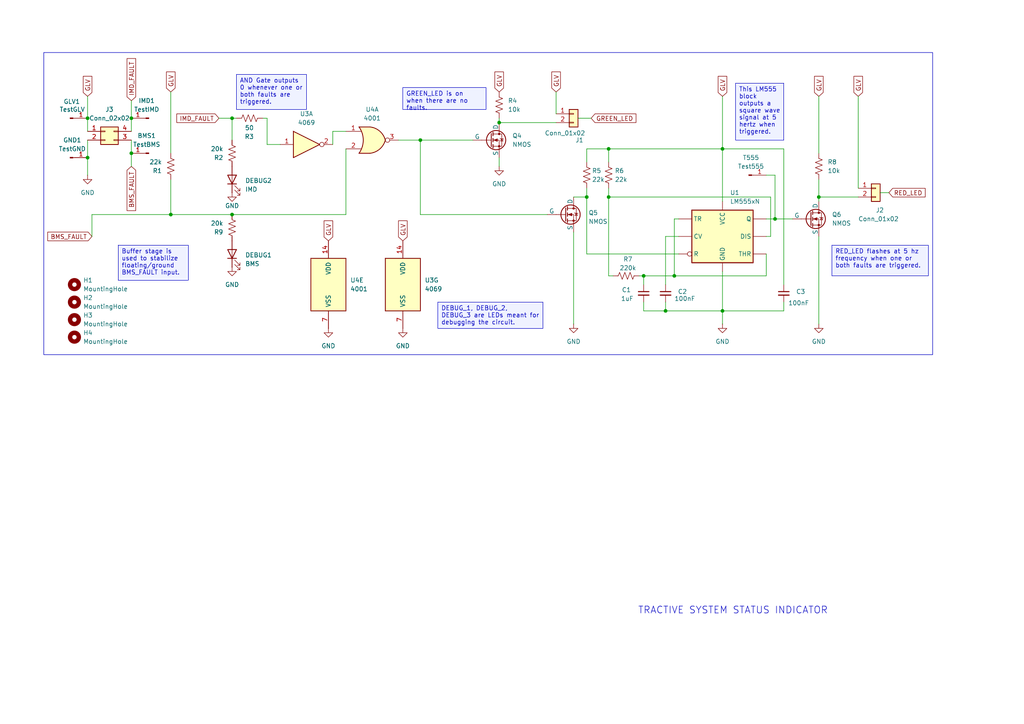
<source format=kicad_sch>
(kicad_sch
	(version 20250114)
	(generator "eeschema")
	(generator_version "9.0")
	(uuid "d20a762a-d1cd-4658-ba50-73ef390fde04")
	(paper "A4")
	(lib_symbols
		(symbol "4xxx:4001"
			(pin_names
				(offset 1.016)
			)
			(exclude_from_sim no)
			(in_bom yes)
			(on_board yes)
			(property "Reference" "U"
				(at 0 1.27 0)
				(effects
					(font
						(size 1.27 1.27)
					)
				)
			)
			(property "Value" "4001"
				(at 0 -1.27 0)
				(effects
					(font
						(size 1.27 1.27)
					)
				)
			)
			(property "Footprint" ""
				(at 0 0 0)
				(effects
					(font
						(size 1.27 1.27)
					)
					(hide yes)
				)
			)
			(property "Datasheet" "http://www.intersil.com/content/dam/Intersil/documents/cd40/cd4000bms-01bms-02bms-25bms.pdf"
				(at 0 0 0)
				(effects
					(font
						(size 1.27 1.27)
					)
					(hide yes)
				)
			)
			(property "Description" "Quad Nor 2 inputs"
				(at 0 0 0)
				(effects
					(font
						(size 1.27 1.27)
					)
					(hide yes)
				)
			)
			(property "ki_locked" ""
				(at 0 0 0)
				(effects
					(font
						(size 1.27 1.27)
					)
				)
			)
			(property "ki_keywords" "CMOS Nor2"
				(at 0 0 0)
				(effects
					(font
						(size 1.27 1.27)
					)
					(hide yes)
				)
			)
			(property "ki_fp_filters" "DIP?14*"
				(at 0 0 0)
				(effects
					(font
						(size 1.27 1.27)
					)
					(hide yes)
				)
			)
			(symbol "4001_1_1"
				(arc
					(start -3.81 3.81)
					(mid -2.589 0)
					(end -3.81 -3.81)
					(stroke
						(width 0.254)
						(type default)
					)
					(fill
						(type none)
					)
				)
				(polyline
					(pts
						(xy -3.81 3.81) (xy -0.635 3.81)
					)
					(stroke
						(width 0.254)
						(type default)
					)
					(fill
						(type background)
					)
				)
				(polyline
					(pts
						(xy -3.81 -3.81) (xy -0.635 -3.81)
					)
					(stroke
						(width 0.254)
						(type default)
					)
					(fill
						(type background)
					)
				)
				(arc
					(start 3.81 0)
					(mid 2.1855 -2.584)
					(end -0.6096 -3.81)
					(stroke
						(width 0.254)
						(type default)
					)
					(fill
						(type background)
					)
				)
				(arc
					(start -0.6096 3.81)
					(mid 2.1928 2.5924)
					(end 3.81 0)
					(stroke
						(width 0.254)
						(type default)
					)
					(fill
						(type background)
					)
				)
				(polyline
					(pts
						(xy -0.635 3.81) (xy -3.81 3.81) (xy -3.81 3.81) (xy -3.556 3.4036) (xy -3.0226 2.2606) (xy -2.6924 1.0414)
						(xy -2.6162 -0.254) (xy -2.7686 -1.4986) (xy -3.175 -2.7178) (xy -3.81 -3.81) (xy -3.81 -3.81)
						(xy -0.635 -3.81)
					)
					(stroke
						(width -25.4)
						(type default)
					)
					(fill
						(type background)
					)
				)
				(pin input line
					(at -7.62 2.54 0)
					(length 4.318)
					(name "~"
						(effects
							(font
								(size 1.27 1.27)
							)
						)
					)
					(number "1"
						(effects
							(font
								(size 1.27 1.27)
							)
						)
					)
				)
				(pin input line
					(at -7.62 -2.54 0)
					(length 4.318)
					(name "~"
						(effects
							(font
								(size 1.27 1.27)
							)
						)
					)
					(number "2"
						(effects
							(font
								(size 1.27 1.27)
							)
						)
					)
				)
				(pin output inverted
					(at 7.62 0 180)
					(length 3.81)
					(name "~"
						(effects
							(font
								(size 1.27 1.27)
							)
						)
					)
					(number "3"
						(effects
							(font
								(size 1.27 1.27)
							)
						)
					)
				)
			)
			(symbol "4001_1_2"
				(arc
					(start 0 3.81)
					(mid 3.7934 0)
					(end 0 -3.81)
					(stroke
						(width 0.254)
						(type default)
					)
					(fill
						(type background)
					)
				)
				(polyline
					(pts
						(xy 0 3.81) (xy -3.81 3.81) (xy -3.81 -3.81) (xy 0 -3.81)
					)
					(stroke
						(width 0.254)
						(type default)
					)
					(fill
						(type background)
					)
				)
				(pin input inverted
					(at -7.62 2.54 0)
					(length 3.81)
					(name "~"
						(effects
							(font
								(size 1.27 1.27)
							)
						)
					)
					(number "1"
						(effects
							(font
								(size 1.27 1.27)
							)
						)
					)
				)
				(pin input inverted
					(at -7.62 -2.54 0)
					(length 3.81)
					(name "~"
						(effects
							(font
								(size 1.27 1.27)
							)
						)
					)
					(number "2"
						(effects
							(font
								(size 1.27 1.27)
							)
						)
					)
				)
				(pin output line
					(at 7.62 0 180)
					(length 3.81)
					(name "~"
						(effects
							(font
								(size 1.27 1.27)
							)
						)
					)
					(number "3"
						(effects
							(font
								(size 1.27 1.27)
							)
						)
					)
				)
			)
			(symbol "4001_2_1"
				(arc
					(start -3.81 3.81)
					(mid -2.589 0)
					(end -3.81 -3.81)
					(stroke
						(width 0.254)
						(type default)
					)
					(fill
						(type none)
					)
				)
				(polyline
					(pts
						(xy -3.81 3.81) (xy -0.635 3.81)
					)
					(stroke
						(width 0.254)
						(type default)
					)
					(fill
						(type background)
					)
				)
				(polyline
					(pts
						(xy -3.81 -3.81) (xy -0.635 -3.81)
					)
					(stroke
						(width 0.254)
						(type default)
					)
					(fill
						(type background)
					)
				)
				(arc
					(start 3.81 0)
					(mid 2.1855 -2.584)
					(end -0.6096 -3.81)
					(stroke
						(width 0.254)
						(type default)
					)
					(fill
						(type background)
					)
				)
				(arc
					(start -0.6096 3.81)
					(mid 2.1928 2.5924)
					(end 3.81 0)
					(stroke
						(width 0.254)
						(type default)
					)
					(fill
						(type background)
					)
				)
				(polyline
					(pts
						(xy -0.635 3.81) (xy -3.81 3.81) (xy -3.81 3.81) (xy -3.556 3.4036) (xy -3.0226 2.2606) (xy -2.6924 1.0414)
						(xy -2.6162 -0.254) (xy -2.7686 -1.4986) (xy -3.175 -2.7178) (xy -3.81 -3.81) (xy -3.81 -3.81)
						(xy -0.635 -3.81)
					)
					(stroke
						(width -25.4)
						(type default)
					)
					(fill
						(type background)
					)
				)
				(pin input line
					(at -7.62 2.54 0)
					(length 4.318)
					(name "~"
						(effects
							(font
								(size 1.27 1.27)
							)
						)
					)
					(number "5"
						(effects
							(font
								(size 1.27 1.27)
							)
						)
					)
				)
				(pin input line
					(at -7.62 -2.54 0)
					(length 4.318)
					(name "~"
						(effects
							(font
								(size 1.27 1.27)
							)
						)
					)
					(number "6"
						(effects
							(font
								(size 1.27 1.27)
							)
						)
					)
				)
				(pin output inverted
					(at 7.62 0 180)
					(length 3.81)
					(name "~"
						(effects
							(font
								(size 1.27 1.27)
							)
						)
					)
					(number "4"
						(effects
							(font
								(size 1.27 1.27)
							)
						)
					)
				)
			)
			(symbol "4001_2_2"
				(arc
					(start 0 3.81)
					(mid 3.7934 0)
					(end 0 -3.81)
					(stroke
						(width 0.254)
						(type default)
					)
					(fill
						(type background)
					)
				)
				(polyline
					(pts
						(xy 0 3.81) (xy -3.81 3.81) (xy -3.81 -3.81) (xy 0 -3.81)
					)
					(stroke
						(width 0.254)
						(type default)
					)
					(fill
						(type background)
					)
				)
				(pin input inverted
					(at -7.62 2.54 0)
					(length 3.81)
					(name "~"
						(effects
							(font
								(size 1.27 1.27)
							)
						)
					)
					(number "5"
						(effects
							(font
								(size 1.27 1.27)
							)
						)
					)
				)
				(pin input inverted
					(at -7.62 -2.54 0)
					(length 3.81)
					(name "~"
						(effects
							(font
								(size 1.27 1.27)
							)
						)
					)
					(number "6"
						(effects
							(font
								(size 1.27 1.27)
							)
						)
					)
				)
				(pin output line
					(at 7.62 0 180)
					(length 3.81)
					(name "~"
						(effects
							(font
								(size 1.27 1.27)
							)
						)
					)
					(number "4"
						(effects
							(font
								(size 1.27 1.27)
							)
						)
					)
				)
			)
			(symbol "4001_3_1"
				(arc
					(start -3.81 3.81)
					(mid -2.589 0)
					(end -3.81 -3.81)
					(stroke
						(width 0.254)
						(type default)
					)
					(fill
						(type none)
					)
				)
				(polyline
					(pts
						(xy -3.81 3.81) (xy -0.635 3.81)
					)
					(stroke
						(width 0.254)
						(type default)
					)
					(fill
						(type background)
					)
				)
				(polyline
					(pts
						(xy -3.81 -3.81) (xy -0.635 -3.81)
					)
					(stroke
						(width 0.254)
						(type default)
					)
					(fill
						(type background)
					)
				)
				(arc
					(start 3.81 0)
					(mid 2.1855 -2.584)
					(end -0.6096 -3.81)
					(stroke
						(width 0.254)
						(type default)
					)
					(fill
						(type background)
					)
				)
				(arc
					(start -0.6096 3.81)
					(mid 2.1928 2.5924)
					(end 3.81 0)
					(stroke
						(width 0.254)
						(type default)
					)
					(fill
						(type background)
					)
				)
				(polyline
					(pts
						(xy -0.635 3.81) (xy -3.81 3.81) (xy -3.81 3.81) (xy -3.556 3.4036) (xy -3.0226 2.2606) (xy -2.6924 1.0414)
						(xy -2.6162 -0.254) (xy -2.7686 -1.4986) (xy -3.175 -2.7178) (xy -3.81 -3.81) (xy -3.81 -3.81)
						(xy -0.635 -3.81)
					)
					(stroke
						(width -25.4)
						(type default)
					)
					(fill
						(type background)
					)
				)
				(pin input line
					(at -7.62 2.54 0)
					(length 4.318)
					(name "~"
						(effects
							(font
								(size 1.27 1.27)
							)
						)
					)
					(number "8"
						(effects
							(font
								(size 1.27 1.27)
							)
						)
					)
				)
				(pin input line
					(at -7.62 -2.54 0)
					(length 4.318)
					(name "~"
						(effects
							(font
								(size 1.27 1.27)
							)
						)
					)
					(number "9"
						(effects
							(font
								(size 1.27 1.27)
							)
						)
					)
				)
				(pin output inverted
					(at 7.62 0 180)
					(length 3.81)
					(name "~"
						(effects
							(font
								(size 1.27 1.27)
							)
						)
					)
					(number "10"
						(effects
							(font
								(size 1.27 1.27)
							)
						)
					)
				)
			)
			(symbol "4001_3_2"
				(arc
					(start 0 3.81)
					(mid 3.7934 0)
					(end 0 -3.81)
					(stroke
						(width 0.254)
						(type default)
					)
					(fill
						(type background)
					)
				)
				(polyline
					(pts
						(xy 0 3.81) (xy -3.81 3.81) (xy -3.81 -3.81) (xy 0 -3.81)
					)
					(stroke
						(width 0.254)
						(type default)
					)
					(fill
						(type background)
					)
				)
				(pin input inverted
					(at -7.62 2.54 0)
					(length 3.81)
					(name "~"
						(effects
							(font
								(size 1.27 1.27)
							)
						)
					)
					(number "8"
						(effects
							(font
								(size 1.27 1.27)
							)
						)
					)
				)
				(pin input inverted
					(at -7.62 -2.54 0)
					(length 3.81)
					(name "~"
						(effects
							(font
								(size 1.27 1.27)
							)
						)
					)
					(number "9"
						(effects
							(font
								(size 1.27 1.27)
							)
						)
					)
				)
				(pin output line
					(at 7.62 0 180)
					(length 3.81)
					(name "~"
						(effects
							(font
								(size 1.27 1.27)
							)
						)
					)
					(number "10"
						(effects
							(font
								(size 1.27 1.27)
							)
						)
					)
				)
			)
			(symbol "4001_4_1"
				(arc
					(start -3.81 3.81)
					(mid -2.589 0)
					(end -3.81 -3.81)
					(stroke
						(width 0.254)
						(type default)
					)
					(fill
						(type none)
					)
				)
				(polyline
					(pts
						(xy -3.81 3.81) (xy -0.635 3.81)
					)
					(stroke
						(width 0.254)
						(type default)
					)
					(fill
						(type background)
					)
				)
				(polyline
					(pts
						(xy -3.81 -3.81) (xy -0.635 -3.81)
					)
					(stroke
						(width 0.254)
						(type default)
					)
					(fill
						(type background)
					)
				)
				(arc
					(start 3.81 0)
					(mid 2.1855 -2.584)
					(end -0.6096 -3.81)
					(stroke
						(width 0.254)
						(type default)
					)
					(fill
						(type background)
					)
				)
				(arc
					(start -0.6096 3.81)
					(mid 2.1928 2.5924)
					(end 3.81 0)
					(stroke
						(width 0.254)
						(type default)
					)
					(fill
						(type background)
					)
				)
				(polyline
					(pts
						(xy -0.635 3.81) (xy -3.81 3.81) (xy -3.81 3.81) (xy -3.556 3.4036) (xy -3.0226 2.2606) (xy -2.6924 1.0414)
						(xy -2.6162 -0.254) (xy -2.7686 -1.4986) (xy -3.175 -2.7178) (xy -3.81 -3.81) (xy -3.81 -3.81)
						(xy -0.635 -3.81)
					)
					(stroke
						(width -25.4)
						(type default)
					)
					(fill
						(type background)
					)
				)
				(pin input line
					(at -7.62 2.54 0)
					(length 4.318)
					(name "~"
						(effects
							(font
								(size 1.27 1.27)
							)
						)
					)
					(number "12"
						(effects
							(font
								(size 1.27 1.27)
							)
						)
					)
				)
				(pin input line
					(at -7.62 -2.54 0)
					(length 4.318)
					(name "~"
						(effects
							(font
								(size 1.27 1.27)
							)
						)
					)
					(number "13"
						(effects
							(font
								(size 1.27 1.27)
							)
						)
					)
				)
				(pin output inverted
					(at 7.62 0 180)
					(length 3.81)
					(name "~"
						(effects
							(font
								(size 1.27 1.27)
							)
						)
					)
					(number "11"
						(effects
							(font
								(size 1.27 1.27)
							)
						)
					)
				)
			)
			(symbol "4001_4_2"
				(arc
					(start 0 3.81)
					(mid 3.7934 0)
					(end 0 -3.81)
					(stroke
						(width 0.254)
						(type default)
					)
					(fill
						(type background)
					)
				)
				(polyline
					(pts
						(xy 0 3.81) (xy -3.81 3.81) (xy -3.81 -3.81) (xy 0 -3.81)
					)
					(stroke
						(width 0.254)
						(type default)
					)
					(fill
						(type background)
					)
				)
				(pin input inverted
					(at -7.62 2.54 0)
					(length 3.81)
					(name "~"
						(effects
							(font
								(size 1.27 1.27)
							)
						)
					)
					(number "12"
						(effects
							(font
								(size 1.27 1.27)
							)
						)
					)
				)
				(pin input inverted
					(at -7.62 -2.54 0)
					(length 3.81)
					(name "~"
						(effects
							(font
								(size 1.27 1.27)
							)
						)
					)
					(number "13"
						(effects
							(font
								(size 1.27 1.27)
							)
						)
					)
				)
				(pin output line
					(at 7.62 0 180)
					(length 3.81)
					(name "~"
						(effects
							(font
								(size 1.27 1.27)
							)
						)
					)
					(number "11"
						(effects
							(font
								(size 1.27 1.27)
							)
						)
					)
				)
			)
			(symbol "4001_5_0"
				(pin power_in line
					(at 0 12.7 270)
					(length 5.08)
					(name "VDD"
						(effects
							(font
								(size 1.27 1.27)
							)
						)
					)
					(number "14"
						(effects
							(font
								(size 1.27 1.27)
							)
						)
					)
				)
				(pin power_in line
					(at 0 -12.7 90)
					(length 5.08)
					(name "VSS"
						(effects
							(font
								(size 1.27 1.27)
							)
						)
					)
					(number "7"
						(effects
							(font
								(size 1.27 1.27)
							)
						)
					)
				)
			)
			(symbol "4001_5_1"
				(rectangle
					(start -5.08 7.62)
					(end 5.08 -7.62)
					(stroke
						(width 0.254)
						(type default)
					)
					(fill
						(type background)
					)
				)
			)
			(embedded_fonts no)
		)
		(symbol "4xxx:4069"
			(pin_names
				(offset 1.016)
			)
			(exclude_from_sim no)
			(in_bom yes)
			(on_board yes)
			(property "Reference" "U"
				(at 0 1.27 0)
				(effects
					(font
						(size 1.27 1.27)
					)
				)
			)
			(property "Value" "4069"
				(at 0 -1.27 0)
				(effects
					(font
						(size 1.27 1.27)
					)
				)
			)
			(property "Footprint" ""
				(at 0 0 0)
				(effects
					(font
						(size 1.27 1.27)
					)
					(hide yes)
				)
			)
			(property "Datasheet" "http://www.intersil.com/content/dam/Intersil/documents/cd40/cd4069ubms.pdf"
				(at 0 0 0)
				(effects
					(font
						(size 1.27 1.27)
					)
					(hide yes)
				)
			)
			(property "Description" "Hex inverter"
				(at 0 0 0)
				(effects
					(font
						(size 1.27 1.27)
					)
					(hide yes)
				)
			)
			(property "ki_locked" ""
				(at 0 0 0)
				(effects
					(font
						(size 1.27 1.27)
					)
				)
			)
			(property "ki_keywords" "CMOS NOT"
				(at 0 0 0)
				(effects
					(font
						(size 1.27 1.27)
					)
					(hide yes)
				)
			)
			(property "ki_fp_filters" "DIP?14*"
				(at 0 0 0)
				(effects
					(font
						(size 1.27 1.27)
					)
					(hide yes)
				)
			)
			(symbol "4069_1_0"
				(polyline
					(pts
						(xy -3.81 3.81) (xy -3.81 -3.81) (xy 3.81 0) (xy -3.81 3.81)
					)
					(stroke
						(width 0.254)
						(type default)
					)
					(fill
						(type background)
					)
				)
				(pin input line
					(at -7.62 0 0)
					(length 3.81)
					(name "~"
						(effects
							(font
								(size 1.27 1.27)
							)
						)
					)
					(number "1"
						(effects
							(font
								(size 1.27 1.27)
							)
						)
					)
				)
				(pin output inverted
					(at 7.62 0 180)
					(length 3.81)
					(name "~"
						(effects
							(font
								(size 1.27 1.27)
							)
						)
					)
					(number "2"
						(effects
							(font
								(size 1.27 1.27)
							)
						)
					)
				)
			)
			(symbol "4069_2_0"
				(polyline
					(pts
						(xy -3.81 3.81) (xy -3.81 -3.81) (xy 3.81 0) (xy -3.81 3.81)
					)
					(stroke
						(width 0.254)
						(type default)
					)
					(fill
						(type background)
					)
				)
				(pin input line
					(at -7.62 0 0)
					(length 3.81)
					(name "~"
						(effects
							(font
								(size 1.27 1.27)
							)
						)
					)
					(number "3"
						(effects
							(font
								(size 1.27 1.27)
							)
						)
					)
				)
				(pin output inverted
					(at 7.62 0 180)
					(length 3.81)
					(name "~"
						(effects
							(font
								(size 1.27 1.27)
							)
						)
					)
					(number "4"
						(effects
							(font
								(size 1.27 1.27)
							)
						)
					)
				)
			)
			(symbol "4069_3_0"
				(polyline
					(pts
						(xy -3.81 3.81) (xy -3.81 -3.81) (xy 3.81 0) (xy -3.81 3.81)
					)
					(stroke
						(width 0.254)
						(type default)
					)
					(fill
						(type background)
					)
				)
				(pin input line
					(at -7.62 0 0)
					(length 3.81)
					(name "~"
						(effects
							(font
								(size 1.27 1.27)
							)
						)
					)
					(number "5"
						(effects
							(font
								(size 1.27 1.27)
							)
						)
					)
				)
				(pin output inverted
					(at 7.62 0 180)
					(length 3.81)
					(name "~"
						(effects
							(font
								(size 1.27 1.27)
							)
						)
					)
					(number "6"
						(effects
							(font
								(size 1.27 1.27)
							)
						)
					)
				)
			)
			(symbol "4069_4_0"
				(polyline
					(pts
						(xy -3.81 3.81) (xy -3.81 -3.81) (xy 3.81 0) (xy -3.81 3.81)
					)
					(stroke
						(width 0.254)
						(type default)
					)
					(fill
						(type background)
					)
				)
				(pin input line
					(at -7.62 0 0)
					(length 3.81)
					(name "~"
						(effects
							(font
								(size 1.27 1.27)
							)
						)
					)
					(number "9"
						(effects
							(font
								(size 1.27 1.27)
							)
						)
					)
				)
				(pin output inverted
					(at 7.62 0 180)
					(length 3.81)
					(name "~"
						(effects
							(font
								(size 1.27 1.27)
							)
						)
					)
					(number "8"
						(effects
							(font
								(size 1.27 1.27)
							)
						)
					)
				)
			)
			(symbol "4069_5_0"
				(polyline
					(pts
						(xy -3.81 3.81) (xy -3.81 -3.81) (xy 3.81 0) (xy -3.81 3.81)
					)
					(stroke
						(width 0.254)
						(type default)
					)
					(fill
						(type background)
					)
				)
				(pin input line
					(at -7.62 0 0)
					(length 3.81)
					(name "~"
						(effects
							(font
								(size 1.27 1.27)
							)
						)
					)
					(number "11"
						(effects
							(font
								(size 1.27 1.27)
							)
						)
					)
				)
				(pin output inverted
					(at 7.62 0 180)
					(length 3.81)
					(name "~"
						(effects
							(font
								(size 1.27 1.27)
							)
						)
					)
					(number "10"
						(effects
							(font
								(size 1.27 1.27)
							)
						)
					)
				)
			)
			(symbol "4069_6_0"
				(polyline
					(pts
						(xy -3.81 3.81) (xy -3.81 -3.81) (xy 3.81 0) (xy -3.81 3.81)
					)
					(stroke
						(width 0.254)
						(type default)
					)
					(fill
						(type background)
					)
				)
				(pin input line
					(at -7.62 0 0)
					(length 3.81)
					(name "~"
						(effects
							(font
								(size 1.27 1.27)
							)
						)
					)
					(number "13"
						(effects
							(font
								(size 1.27 1.27)
							)
						)
					)
				)
				(pin output inverted
					(at 7.62 0 180)
					(length 3.81)
					(name "~"
						(effects
							(font
								(size 1.27 1.27)
							)
						)
					)
					(number "12"
						(effects
							(font
								(size 1.27 1.27)
							)
						)
					)
				)
			)
			(symbol "4069_7_0"
				(pin power_in line
					(at 0 12.7 270)
					(length 5.08)
					(name "VDD"
						(effects
							(font
								(size 1.27 1.27)
							)
						)
					)
					(number "14"
						(effects
							(font
								(size 1.27 1.27)
							)
						)
					)
				)
				(pin power_in line
					(at 0 -12.7 90)
					(length 5.08)
					(name "VSS"
						(effects
							(font
								(size 1.27 1.27)
							)
						)
					)
					(number "7"
						(effects
							(font
								(size 1.27 1.27)
							)
						)
					)
				)
			)
			(symbol "4069_7_1"
				(rectangle
					(start -5.08 7.62)
					(end 5.08 -7.62)
					(stroke
						(width 0.254)
						(type default)
					)
					(fill
						(type background)
					)
				)
			)
			(embedded_fonts no)
		)
		(symbol "Connector:Conn_01x01_Pin"
			(pin_names
				(offset 1.016)
				(hide yes)
			)
			(exclude_from_sim no)
			(in_bom yes)
			(on_board yes)
			(property "Reference" "J"
				(at 0 2.54 0)
				(effects
					(font
						(size 1.27 1.27)
					)
				)
			)
			(property "Value" "Conn_01x01_Pin"
				(at 0 -2.54 0)
				(effects
					(font
						(size 1.27 1.27)
					)
				)
			)
			(property "Footprint" ""
				(at 0 0 0)
				(effects
					(font
						(size 1.27 1.27)
					)
					(hide yes)
				)
			)
			(property "Datasheet" "~"
				(at 0 0 0)
				(effects
					(font
						(size 1.27 1.27)
					)
					(hide yes)
				)
			)
			(property "Description" "Generic connector, single row, 01x01, script generated"
				(at 0 0 0)
				(effects
					(font
						(size 1.27 1.27)
					)
					(hide yes)
				)
			)
			(property "ki_locked" ""
				(at 0 0 0)
				(effects
					(font
						(size 1.27 1.27)
					)
				)
			)
			(property "ki_keywords" "connector"
				(at 0 0 0)
				(effects
					(font
						(size 1.27 1.27)
					)
					(hide yes)
				)
			)
			(property "ki_fp_filters" "Connector*:*_1x??_*"
				(at 0 0 0)
				(effects
					(font
						(size 1.27 1.27)
					)
					(hide yes)
				)
			)
			(symbol "Conn_01x01_Pin_1_1"
				(rectangle
					(start 0.8636 0.127)
					(end 0 -0.127)
					(stroke
						(width 0.1524)
						(type default)
					)
					(fill
						(type outline)
					)
				)
				(polyline
					(pts
						(xy 1.27 0) (xy 0.8636 0)
					)
					(stroke
						(width 0.1524)
						(type default)
					)
					(fill
						(type none)
					)
				)
				(pin passive line
					(at 5.08 0 180)
					(length 3.81)
					(name "Pin_1"
						(effects
							(font
								(size 1.27 1.27)
							)
						)
					)
					(number "1"
						(effects
							(font
								(size 1.27 1.27)
							)
						)
					)
				)
			)
			(embedded_fonts no)
		)
		(symbol "Connector_Generic:Conn_01x02"
			(pin_names
				(offset 1.016)
				(hide yes)
			)
			(exclude_from_sim no)
			(in_bom yes)
			(on_board yes)
			(property "Reference" "J"
				(at 0 2.54 0)
				(effects
					(font
						(size 1.27 1.27)
					)
				)
			)
			(property "Value" "Conn_01x02"
				(at 0 -5.08 0)
				(effects
					(font
						(size 1.27 1.27)
					)
				)
			)
			(property "Footprint" ""
				(at 0 0 0)
				(effects
					(font
						(size 1.27 1.27)
					)
					(hide yes)
				)
			)
			(property "Datasheet" "~"
				(at 0 0 0)
				(effects
					(font
						(size 1.27 1.27)
					)
					(hide yes)
				)
			)
			(property "Description" "Generic connector, single row, 01x02, script generated (kicad-library-utils/schlib/autogen/connector/)"
				(at 0 0 0)
				(effects
					(font
						(size 1.27 1.27)
					)
					(hide yes)
				)
			)
			(property "ki_keywords" "connector"
				(at 0 0 0)
				(effects
					(font
						(size 1.27 1.27)
					)
					(hide yes)
				)
			)
			(property "ki_fp_filters" "Connector*:*_1x??_*"
				(at 0 0 0)
				(effects
					(font
						(size 1.27 1.27)
					)
					(hide yes)
				)
			)
			(symbol "Conn_01x02_1_1"
				(rectangle
					(start -1.27 1.27)
					(end 1.27 -3.81)
					(stroke
						(width 0.254)
						(type default)
					)
					(fill
						(type background)
					)
				)
				(rectangle
					(start -1.27 0.127)
					(end 0 -0.127)
					(stroke
						(width 0.1524)
						(type default)
					)
					(fill
						(type none)
					)
				)
				(rectangle
					(start -1.27 -2.413)
					(end 0 -2.667)
					(stroke
						(width 0.1524)
						(type default)
					)
					(fill
						(type none)
					)
				)
				(pin passive line
					(at -5.08 0 0)
					(length 3.81)
					(name "Pin_1"
						(effects
							(font
								(size 1.27 1.27)
							)
						)
					)
					(number "1"
						(effects
							(font
								(size 1.27 1.27)
							)
						)
					)
				)
				(pin passive line
					(at -5.08 -2.54 0)
					(length 3.81)
					(name "Pin_2"
						(effects
							(font
								(size 1.27 1.27)
							)
						)
					)
					(number "2"
						(effects
							(font
								(size 1.27 1.27)
							)
						)
					)
				)
			)
			(embedded_fonts no)
		)
		(symbol "Connector_Generic:Conn_02x02_Counter_Clockwise"
			(pin_names
				(offset 1.016)
				(hide yes)
			)
			(exclude_from_sim no)
			(in_bom yes)
			(on_board yes)
			(property "Reference" "J"
				(at 1.27 2.54 0)
				(effects
					(font
						(size 1.27 1.27)
					)
				)
			)
			(property "Value" "Conn_02x02_Counter_Clockwise"
				(at 1.27 -5.08 0)
				(effects
					(font
						(size 1.27 1.27)
					)
				)
			)
			(property "Footprint" ""
				(at 0 0 0)
				(effects
					(font
						(size 1.27 1.27)
					)
					(hide yes)
				)
			)
			(property "Datasheet" "~"
				(at 0 0 0)
				(effects
					(font
						(size 1.27 1.27)
					)
					(hide yes)
				)
			)
			(property "Description" "Generic connector, double row, 02x02, counter clockwise pin numbering scheme (similar to DIP package numbering), script generated (kicad-library-utils/schlib/autogen/connector/)"
				(at 0 0 0)
				(effects
					(font
						(size 1.27 1.27)
					)
					(hide yes)
				)
			)
			(property "ki_keywords" "connector"
				(at 0 0 0)
				(effects
					(font
						(size 1.27 1.27)
					)
					(hide yes)
				)
			)
			(property "ki_fp_filters" "Connector*:*_2x??_*"
				(at 0 0 0)
				(effects
					(font
						(size 1.27 1.27)
					)
					(hide yes)
				)
			)
			(symbol "Conn_02x02_Counter_Clockwise_1_1"
				(rectangle
					(start -1.27 1.27)
					(end 3.81 -3.81)
					(stroke
						(width 0.254)
						(type default)
					)
					(fill
						(type background)
					)
				)
				(rectangle
					(start -1.27 0.127)
					(end 0 -0.127)
					(stroke
						(width 0.1524)
						(type default)
					)
					(fill
						(type none)
					)
				)
				(rectangle
					(start -1.27 -2.413)
					(end 0 -2.667)
					(stroke
						(width 0.1524)
						(type default)
					)
					(fill
						(type none)
					)
				)
				(rectangle
					(start 3.81 0.127)
					(end 2.54 -0.127)
					(stroke
						(width 0.1524)
						(type default)
					)
					(fill
						(type none)
					)
				)
				(rectangle
					(start 3.81 -2.413)
					(end 2.54 -2.667)
					(stroke
						(width 0.1524)
						(type default)
					)
					(fill
						(type none)
					)
				)
				(pin passive line
					(at -5.08 0 0)
					(length 3.81)
					(name "Pin_1"
						(effects
							(font
								(size 1.27 1.27)
							)
						)
					)
					(number "1"
						(effects
							(font
								(size 1.27 1.27)
							)
						)
					)
				)
				(pin passive line
					(at -5.08 -2.54 0)
					(length 3.81)
					(name "Pin_2"
						(effects
							(font
								(size 1.27 1.27)
							)
						)
					)
					(number "2"
						(effects
							(font
								(size 1.27 1.27)
							)
						)
					)
				)
				(pin passive line
					(at 7.62 0 180)
					(length 3.81)
					(name "Pin_4"
						(effects
							(font
								(size 1.27 1.27)
							)
						)
					)
					(number "4"
						(effects
							(font
								(size 1.27 1.27)
							)
						)
					)
				)
				(pin passive line
					(at 7.62 -2.54 180)
					(length 3.81)
					(name "Pin_3"
						(effects
							(font
								(size 1.27 1.27)
							)
						)
					)
					(number "3"
						(effects
							(font
								(size 1.27 1.27)
							)
						)
					)
				)
			)
			(embedded_fonts no)
		)
		(symbol "Device:C_Small"
			(pin_numbers
				(hide yes)
			)
			(pin_names
				(offset 0.254)
				(hide yes)
			)
			(exclude_from_sim no)
			(in_bom yes)
			(on_board yes)
			(property "Reference" "C"
				(at 0.254 1.778 0)
				(effects
					(font
						(size 1.27 1.27)
					)
					(justify left)
				)
			)
			(property "Value" "C_Small"
				(at 0.254 -2.032 0)
				(effects
					(font
						(size 1.27 1.27)
					)
					(justify left)
				)
			)
			(property "Footprint" ""
				(at 0 0 0)
				(effects
					(font
						(size 1.27 1.27)
					)
					(hide yes)
				)
			)
			(property "Datasheet" "~"
				(at 0 0 0)
				(effects
					(font
						(size 1.27 1.27)
					)
					(hide yes)
				)
			)
			(property "Description" "Unpolarized capacitor, small symbol"
				(at 0 0 0)
				(effects
					(font
						(size 1.27 1.27)
					)
					(hide yes)
				)
			)
			(property "ki_keywords" "capacitor cap"
				(at 0 0 0)
				(effects
					(font
						(size 1.27 1.27)
					)
					(hide yes)
				)
			)
			(property "ki_fp_filters" "C_*"
				(at 0 0 0)
				(effects
					(font
						(size 1.27 1.27)
					)
					(hide yes)
				)
			)
			(symbol "C_Small_0_1"
				(polyline
					(pts
						(xy -1.524 0.508) (xy 1.524 0.508)
					)
					(stroke
						(width 0.3048)
						(type default)
					)
					(fill
						(type none)
					)
				)
				(polyline
					(pts
						(xy -1.524 -0.508) (xy 1.524 -0.508)
					)
					(stroke
						(width 0.3302)
						(type default)
					)
					(fill
						(type none)
					)
				)
			)
			(symbol "C_Small_1_1"
				(pin passive line
					(at 0 2.54 270)
					(length 2.032)
					(name "~"
						(effects
							(font
								(size 1.27 1.27)
							)
						)
					)
					(number "1"
						(effects
							(font
								(size 1.27 1.27)
							)
						)
					)
				)
				(pin passive line
					(at 0 -2.54 90)
					(length 2.032)
					(name "~"
						(effects
							(font
								(size 1.27 1.27)
							)
						)
					)
					(number "2"
						(effects
							(font
								(size 1.27 1.27)
							)
						)
					)
				)
			)
			(embedded_fonts no)
		)
		(symbol "Device:LED"
			(pin_numbers
				(hide yes)
			)
			(pin_names
				(offset 1.016)
				(hide yes)
			)
			(exclude_from_sim no)
			(in_bom yes)
			(on_board yes)
			(property "Reference" "D"
				(at 0 2.54 0)
				(effects
					(font
						(size 1.27 1.27)
					)
				)
			)
			(property "Value" "LED"
				(at 0 -2.54 0)
				(effects
					(font
						(size 1.27 1.27)
					)
				)
			)
			(property "Footprint" ""
				(at 0 0 0)
				(effects
					(font
						(size 1.27 1.27)
					)
					(hide yes)
				)
			)
			(property "Datasheet" "~"
				(at 0 0 0)
				(effects
					(font
						(size 1.27 1.27)
					)
					(hide yes)
				)
			)
			(property "Description" "Light emitting diode"
				(at 0 0 0)
				(effects
					(font
						(size 1.27 1.27)
					)
					(hide yes)
				)
			)
			(property "Sim.Pins" "1=K 2=A"
				(at 0 0 0)
				(effects
					(font
						(size 1.27 1.27)
					)
					(hide yes)
				)
			)
			(property "ki_keywords" "LED diode"
				(at 0 0 0)
				(effects
					(font
						(size 1.27 1.27)
					)
					(hide yes)
				)
			)
			(property "ki_fp_filters" "LED* LED_SMD:* LED_THT:*"
				(at 0 0 0)
				(effects
					(font
						(size 1.27 1.27)
					)
					(hide yes)
				)
			)
			(symbol "LED_0_1"
				(polyline
					(pts
						(xy -3.048 -0.762) (xy -4.572 -2.286) (xy -3.81 -2.286) (xy -4.572 -2.286) (xy -4.572 -1.524)
					)
					(stroke
						(width 0)
						(type default)
					)
					(fill
						(type none)
					)
				)
				(polyline
					(pts
						(xy -1.778 -0.762) (xy -3.302 -2.286) (xy -2.54 -2.286) (xy -3.302 -2.286) (xy -3.302 -1.524)
					)
					(stroke
						(width 0)
						(type default)
					)
					(fill
						(type none)
					)
				)
				(polyline
					(pts
						(xy -1.27 0) (xy 1.27 0)
					)
					(stroke
						(width 0)
						(type default)
					)
					(fill
						(type none)
					)
				)
				(polyline
					(pts
						(xy -1.27 -1.27) (xy -1.27 1.27)
					)
					(stroke
						(width 0.254)
						(type default)
					)
					(fill
						(type none)
					)
				)
				(polyline
					(pts
						(xy 1.27 -1.27) (xy 1.27 1.27) (xy -1.27 0) (xy 1.27 -1.27)
					)
					(stroke
						(width 0.254)
						(type default)
					)
					(fill
						(type none)
					)
				)
			)
			(symbol "LED_1_1"
				(pin passive line
					(at -3.81 0 0)
					(length 2.54)
					(name "K"
						(effects
							(font
								(size 1.27 1.27)
							)
						)
					)
					(number "1"
						(effects
							(font
								(size 1.27 1.27)
							)
						)
					)
				)
				(pin passive line
					(at 3.81 0 180)
					(length 2.54)
					(name "A"
						(effects
							(font
								(size 1.27 1.27)
							)
						)
					)
					(number "2"
						(effects
							(font
								(size 1.27 1.27)
							)
						)
					)
				)
			)
			(embedded_fonts no)
		)
		(symbol "Device:R_US"
			(pin_numbers
				(hide yes)
			)
			(pin_names
				(offset 0)
			)
			(exclude_from_sim no)
			(in_bom yes)
			(on_board yes)
			(property "Reference" "R"
				(at 2.54 0 90)
				(effects
					(font
						(size 1.27 1.27)
					)
				)
			)
			(property "Value" "R_US"
				(at -2.54 0 90)
				(effects
					(font
						(size 1.27 1.27)
					)
				)
			)
			(property "Footprint" ""
				(at 1.016 -0.254 90)
				(effects
					(font
						(size 1.27 1.27)
					)
					(hide yes)
				)
			)
			(property "Datasheet" "~"
				(at 0 0 0)
				(effects
					(font
						(size 1.27 1.27)
					)
					(hide yes)
				)
			)
			(property "Description" "Resistor, US symbol"
				(at 0 0 0)
				(effects
					(font
						(size 1.27 1.27)
					)
					(hide yes)
				)
			)
			(property "ki_keywords" "R res resistor"
				(at 0 0 0)
				(effects
					(font
						(size 1.27 1.27)
					)
					(hide yes)
				)
			)
			(property "ki_fp_filters" "R_*"
				(at 0 0 0)
				(effects
					(font
						(size 1.27 1.27)
					)
					(hide yes)
				)
			)
			(symbol "R_US_0_1"
				(polyline
					(pts
						(xy 0 2.286) (xy 0 2.54)
					)
					(stroke
						(width 0)
						(type default)
					)
					(fill
						(type none)
					)
				)
				(polyline
					(pts
						(xy 0 2.286) (xy 1.016 1.905) (xy 0 1.524) (xy -1.016 1.143) (xy 0 0.762)
					)
					(stroke
						(width 0)
						(type default)
					)
					(fill
						(type none)
					)
				)
				(polyline
					(pts
						(xy 0 0.762) (xy 1.016 0.381) (xy 0 0) (xy -1.016 -0.381) (xy 0 -0.762)
					)
					(stroke
						(width 0)
						(type default)
					)
					(fill
						(type none)
					)
				)
				(polyline
					(pts
						(xy 0 -0.762) (xy 1.016 -1.143) (xy 0 -1.524) (xy -1.016 -1.905) (xy 0 -2.286)
					)
					(stroke
						(width 0)
						(type default)
					)
					(fill
						(type none)
					)
				)
				(polyline
					(pts
						(xy 0 -2.286) (xy 0 -2.54)
					)
					(stroke
						(width 0)
						(type default)
					)
					(fill
						(type none)
					)
				)
			)
			(symbol "R_US_1_1"
				(pin passive line
					(at 0 3.81 270)
					(length 1.27)
					(name "~"
						(effects
							(font
								(size 1.27 1.27)
							)
						)
					)
					(number "1"
						(effects
							(font
								(size 1.27 1.27)
							)
						)
					)
				)
				(pin passive line
					(at 0 -3.81 90)
					(length 1.27)
					(name "~"
						(effects
							(font
								(size 1.27 1.27)
							)
						)
					)
					(number "2"
						(effects
							(font
								(size 1.27 1.27)
							)
						)
					)
				)
			)
			(embedded_fonts no)
		)
		(symbol "Mechanical:MountingHole"
			(pin_names
				(offset 1.016)
			)
			(exclude_from_sim yes)
			(in_bom no)
			(on_board yes)
			(property "Reference" "H"
				(at 0 5.08 0)
				(effects
					(font
						(size 1.27 1.27)
					)
				)
			)
			(property "Value" "MountingHole"
				(at 0 3.175 0)
				(effects
					(font
						(size 1.27 1.27)
					)
				)
			)
			(property "Footprint" ""
				(at 0 0 0)
				(effects
					(font
						(size 1.27 1.27)
					)
					(hide yes)
				)
			)
			(property "Datasheet" "~"
				(at 0 0 0)
				(effects
					(font
						(size 1.27 1.27)
					)
					(hide yes)
				)
			)
			(property "Description" "Mounting Hole without connection"
				(at 0 0 0)
				(effects
					(font
						(size 1.27 1.27)
					)
					(hide yes)
				)
			)
			(property "ki_keywords" "mounting hole"
				(at 0 0 0)
				(effects
					(font
						(size 1.27 1.27)
					)
					(hide yes)
				)
			)
			(property "ki_fp_filters" "MountingHole*"
				(at 0 0 0)
				(effects
					(font
						(size 1.27 1.27)
					)
					(hide yes)
				)
			)
			(symbol "MountingHole_0_1"
				(circle
					(center 0 0)
					(radius 1.27)
					(stroke
						(width 1.27)
						(type default)
					)
					(fill
						(type none)
					)
				)
			)
			(embedded_fonts no)
		)
		(symbol "Simulation_SPICE:NMOS"
			(pin_numbers
				(hide yes)
			)
			(pin_names
				(offset 0)
			)
			(exclude_from_sim no)
			(in_bom yes)
			(on_board yes)
			(property "Reference" "Q"
				(at 5.08 1.27 0)
				(effects
					(font
						(size 1.27 1.27)
					)
					(justify left)
				)
			)
			(property "Value" "NMOS"
				(at 5.08 -1.27 0)
				(effects
					(font
						(size 1.27 1.27)
					)
					(justify left)
				)
			)
			(property "Footprint" ""
				(at 5.08 2.54 0)
				(effects
					(font
						(size 1.27 1.27)
					)
					(hide yes)
				)
			)
			(property "Datasheet" "https://ngspice.sourceforge.io/docs/ngspice-html-manual/manual.xhtml#cha_MOSFETs"
				(at 0 -12.7 0)
				(effects
					(font
						(size 1.27 1.27)
					)
					(hide yes)
				)
			)
			(property "Description" "N-MOSFET transistor, drain/source/gate"
				(at 0 0 0)
				(effects
					(font
						(size 1.27 1.27)
					)
					(hide yes)
				)
			)
			(property "Sim.Device" "NMOS"
				(at 0 -17.145 0)
				(effects
					(font
						(size 1.27 1.27)
					)
					(hide yes)
				)
			)
			(property "Sim.Type" "VDMOS"
				(at 0 -19.05 0)
				(effects
					(font
						(size 1.27 1.27)
					)
					(hide yes)
				)
			)
			(property "Sim.Pins" "1=D 2=G 3=S"
				(at 0 -15.24 0)
				(effects
					(font
						(size 1.27 1.27)
					)
					(hide yes)
				)
			)
			(property "ki_keywords" "transistor NMOS N-MOS N-MOSFET simulation"
				(at 0 0 0)
				(effects
					(font
						(size 1.27 1.27)
					)
					(hide yes)
				)
			)
			(symbol "NMOS_0_1"
				(polyline
					(pts
						(xy 0.254 1.905) (xy 0.254 -1.905)
					)
					(stroke
						(width 0.254)
						(type default)
					)
					(fill
						(type none)
					)
				)
				(polyline
					(pts
						(xy 0.254 0) (xy -2.54 0)
					)
					(stroke
						(width 0)
						(type default)
					)
					(fill
						(type none)
					)
				)
				(polyline
					(pts
						(xy 0.762 2.286) (xy 0.762 1.27)
					)
					(stroke
						(width 0.254)
						(type default)
					)
					(fill
						(type none)
					)
				)
				(polyline
					(pts
						(xy 0.762 0.508) (xy 0.762 -0.508)
					)
					(stroke
						(width 0.254)
						(type default)
					)
					(fill
						(type none)
					)
				)
				(polyline
					(pts
						(xy 0.762 -1.27) (xy 0.762 -2.286)
					)
					(stroke
						(width 0.254)
						(type default)
					)
					(fill
						(type none)
					)
				)
				(polyline
					(pts
						(xy 0.762 -1.778) (xy 3.302 -1.778) (xy 3.302 1.778) (xy 0.762 1.778)
					)
					(stroke
						(width 0)
						(type default)
					)
					(fill
						(type none)
					)
				)
				(polyline
					(pts
						(xy 1.016 0) (xy 2.032 0.381) (xy 2.032 -0.381) (xy 1.016 0)
					)
					(stroke
						(width 0)
						(type default)
					)
					(fill
						(type outline)
					)
				)
				(circle
					(center 1.651 0)
					(radius 2.794)
					(stroke
						(width 0.254)
						(type default)
					)
					(fill
						(type none)
					)
				)
				(polyline
					(pts
						(xy 2.54 2.54) (xy 2.54 1.778)
					)
					(stroke
						(width 0)
						(type default)
					)
					(fill
						(type none)
					)
				)
				(circle
					(center 2.54 1.778)
					(radius 0.254)
					(stroke
						(width 0)
						(type default)
					)
					(fill
						(type outline)
					)
				)
				(circle
					(center 2.54 -1.778)
					(radius 0.254)
					(stroke
						(width 0)
						(type default)
					)
					(fill
						(type outline)
					)
				)
				(polyline
					(pts
						(xy 2.54 -2.54) (xy 2.54 0) (xy 0.762 0)
					)
					(stroke
						(width 0)
						(type default)
					)
					(fill
						(type none)
					)
				)
				(polyline
					(pts
						(xy 2.794 0.508) (xy 2.921 0.381) (xy 3.683 0.381) (xy 3.81 0.254)
					)
					(stroke
						(width 0)
						(type default)
					)
					(fill
						(type none)
					)
				)
				(polyline
					(pts
						(xy 3.302 0.381) (xy 2.921 -0.254) (xy 3.683 -0.254) (xy 3.302 0.381)
					)
					(stroke
						(width 0)
						(type default)
					)
					(fill
						(type none)
					)
				)
			)
			(symbol "NMOS_1_1"
				(pin input line
					(at -5.08 0 0)
					(length 2.54)
					(name "G"
						(effects
							(font
								(size 1.27 1.27)
							)
						)
					)
					(number "2"
						(effects
							(font
								(size 1.27 1.27)
							)
						)
					)
				)
				(pin passive line
					(at 2.54 5.08 270)
					(length 2.54)
					(name "D"
						(effects
							(font
								(size 1.27 1.27)
							)
						)
					)
					(number "1"
						(effects
							(font
								(size 1.27 1.27)
							)
						)
					)
				)
				(pin passive line
					(at 2.54 -5.08 90)
					(length 2.54)
					(name "S"
						(effects
							(font
								(size 1.27 1.27)
							)
						)
					)
					(number "3"
						(effects
							(font
								(size 1.27 1.27)
							)
						)
					)
				)
			)
			(embedded_fonts no)
		)
		(symbol "Timer:LM555xN"
			(pin_numbers
				(hide yes)
			)
			(exclude_from_sim no)
			(in_bom yes)
			(on_board yes)
			(property "Reference" "U"
				(at -10.16 8.89 0)
				(effects
					(font
						(size 1.27 1.27)
					)
					(justify left)
				)
			)
			(property "Value" "LM555xN"
				(at 2.54 8.89 0)
				(effects
					(font
						(size 1.27 1.27)
					)
					(justify left)
				)
			)
			(property "Footprint" "Package_DIP:DIP-8_W7.62mm"
				(at 16.51 -10.16 0)
				(effects
					(font
						(size 1.27 1.27)
					)
					(hide yes)
				)
			)
			(property "Datasheet" "http://www.ti.com/lit/ds/symlink/lm555.pdf"
				(at 21.59 -10.16 0)
				(effects
					(font
						(size 1.27 1.27)
					)
					(hide yes)
				)
			)
			(property "Description" "Timer, 555 compatible, PDIP-8"
				(at 0 0 0)
				(effects
					(font
						(size 1.27 1.27)
					)
					(hide yes)
				)
			)
			(property "ki_keywords" "single timer 555"
				(at 0 0 0)
				(effects
					(font
						(size 1.27 1.27)
					)
					(hide yes)
				)
			)
			(property "ki_fp_filters" "DIP*W7.62mm*"
				(at 0 0 0)
				(effects
					(font
						(size 1.27 1.27)
					)
					(hide yes)
				)
			)
			(symbol "LM555xN_0_0"
				(pin power_in line
					(at 0 10.16 270)
					(length 2.54)
					(name "VCC"
						(effects
							(font
								(size 1.27 1.27)
							)
						)
					)
					(number "8"
						(effects
							(font
								(size 1.27 1.27)
							)
						)
					)
				)
				(pin power_in line
					(at 0 -10.16 90)
					(length 2.54)
					(name "GND"
						(effects
							(font
								(size 1.27 1.27)
							)
						)
					)
					(number "1"
						(effects
							(font
								(size 1.27 1.27)
							)
						)
					)
				)
			)
			(symbol "LM555xN_0_1"
				(rectangle
					(start -8.89 -7.62)
					(end 8.89 7.62)
					(stroke
						(width 0.254)
						(type default)
					)
					(fill
						(type background)
					)
				)
				(rectangle
					(start -8.89 -7.62)
					(end 8.89 7.62)
					(stroke
						(width 0.254)
						(type default)
					)
					(fill
						(type background)
					)
				)
			)
			(symbol "LM555xN_1_1"
				(pin input line
					(at -12.7 5.08 0)
					(length 3.81)
					(name "TR"
						(effects
							(font
								(size 1.27 1.27)
							)
						)
					)
					(number "2"
						(effects
							(font
								(size 1.27 1.27)
							)
						)
					)
				)
				(pin input line
					(at -12.7 0 0)
					(length 3.81)
					(name "CV"
						(effects
							(font
								(size 1.27 1.27)
							)
						)
					)
					(number "5"
						(effects
							(font
								(size 1.27 1.27)
							)
						)
					)
				)
				(pin input inverted
					(at -12.7 -5.08 0)
					(length 3.81)
					(name "R"
						(effects
							(font
								(size 1.27 1.27)
							)
						)
					)
					(number "4"
						(effects
							(font
								(size 1.27 1.27)
							)
						)
					)
				)
				(pin output line
					(at 12.7 5.08 180)
					(length 3.81)
					(name "Q"
						(effects
							(font
								(size 1.27 1.27)
							)
						)
					)
					(number "3"
						(effects
							(font
								(size 1.27 1.27)
							)
						)
					)
				)
				(pin input line
					(at 12.7 0 180)
					(length 3.81)
					(name "DIS"
						(effects
							(font
								(size 1.27 1.27)
							)
						)
					)
					(number "7"
						(effects
							(font
								(size 1.27 1.27)
							)
						)
					)
				)
				(pin input line
					(at 12.7 -5.08 180)
					(length 3.81)
					(name "THR"
						(effects
							(font
								(size 1.27 1.27)
							)
						)
					)
					(number "6"
						(effects
							(font
								(size 1.27 1.27)
							)
						)
					)
				)
			)
			(embedded_fonts no)
		)
		(symbol "power:GND"
			(power)
			(pin_numbers
				(hide yes)
			)
			(pin_names
				(offset 0)
				(hide yes)
			)
			(exclude_from_sim no)
			(in_bom yes)
			(on_board yes)
			(property "Reference" "#PWR"
				(at 0 -6.35 0)
				(effects
					(font
						(size 1.27 1.27)
					)
					(hide yes)
				)
			)
			(property "Value" "GND"
				(at 0 -3.81 0)
				(effects
					(font
						(size 1.27 1.27)
					)
				)
			)
			(property "Footprint" ""
				(at 0 0 0)
				(effects
					(font
						(size 1.27 1.27)
					)
					(hide yes)
				)
			)
			(property "Datasheet" ""
				(at 0 0 0)
				(effects
					(font
						(size 1.27 1.27)
					)
					(hide yes)
				)
			)
			(property "Description" "Power symbol creates a global label with name \"GND\" , ground"
				(at 0 0 0)
				(effects
					(font
						(size 1.27 1.27)
					)
					(hide yes)
				)
			)
			(property "ki_keywords" "global power"
				(at 0 0 0)
				(effects
					(font
						(size 1.27 1.27)
					)
					(hide yes)
				)
			)
			(symbol "GND_0_1"
				(polyline
					(pts
						(xy 0 0) (xy 0 -1.27) (xy 1.27 -1.27) (xy 0 -2.54) (xy -1.27 -1.27) (xy 0 -1.27)
					)
					(stroke
						(width 0)
						(type default)
					)
					(fill
						(type none)
					)
				)
			)
			(symbol "GND_1_1"
				(pin power_in line
					(at 0 0 270)
					(length 0)
					(name "~"
						(effects
							(font
								(size 1.27 1.27)
							)
						)
					)
					(number "1"
						(effects
							(font
								(size 1.27 1.27)
							)
						)
					)
				)
			)
			(embedded_fonts no)
		)
	)
	(rectangle
		(start 12.7 15.24)
		(end 270.51 102.87)
		(stroke
			(width 0)
			(type default)
		)
		(fill
			(type none)
		)
		(uuid fe376cce-54c7-404e-b452-dc0e92163ad6)
	)
	(text "TRACTIVE SYSTEM STATUS INDICATOR\n\n\n"
		(exclude_from_sim no)
		(at 212.598 180.34 0)
		(effects
			(font
				(size 2 2)
			)
		)
		(uuid "412f8150-5aef-4b22-87b8-69127ed38b50")
	)
	(text_box "RED_LED flashes at 5 hz frequency when one or both faults are triggered."
		(exclude_from_sim no)
		(at 241.3 71.12 0)
		(size 27.94 8.89)
		(margins 0.9525 0.9525 0.9525 0.9525)
		(stroke
			(width 0)
			(type default)
		)
		(fill
			(type color)
			(color 239 242 255 1)
		)
		(effects
			(font
				(size 1.27 1.27)
			)
			(justify left top)
		)
		(uuid "23326822-0a3e-458f-a5c2-83b869c0b43e")
	)
	(text_box "AND Gate outputs 0 whenever one or both faults are triggered."
		(exclude_from_sim no)
		(at 68.58 21.59 0)
		(size 20.32 10.16)
		(margins 0.9525 0.9525 0.9525 0.9525)
		(stroke
			(width 0)
			(type default)
		)
		(fill
			(type color)
			(color 239 242 255 1)
		)
		(effects
			(font
				(size 1.27 1.27)
			)
			(justify left top)
		)
		(uuid "5dc74505-762c-4e31-ad77-b095730d0f4b")
	)
	(text_box "This LM555 block outputs a square wave signal at 5 hertz when triggered."
		(exclude_from_sim no)
		(at 213.36 24.13 0)
		(size 13.97 16.51)
		(margins 0.9525 0.9525 0.9525 0.9525)
		(stroke
			(width 0)
			(type default)
		)
		(fill
			(type color)
			(color 239 242 255 1)
		)
		(effects
			(font
				(size 1.27 1.27)
			)
			(justify left top)
		)
		(uuid "65519b73-f187-4301-9161-e5ab9dba3b84")
	)
	(text_box "GREEN_LED is on when there are no faults."
		(exclude_from_sim no)
		(at 116.84 25.4 0)
		(size 24.13 6.35)
		(margins 0.9525 0.9525 0.9525 0.9525)
		(stroke
			(width 0)
			(type default)
		)
		(fill
			(type color)
			(color 239 242 255 1)
		)
		(effects
			(font
				(size 1.27 1.27)
			)
			(justify left top)
		)
		(uuid "74107998-5dba-4adb-8d0f-b89d0f586f13")
	)
	(text_box "Buffer stage is used to stabilize floating/ground BMS_FAULT input."
		(exclude_from_sim no)
		(at 34.29 71.12 0)
		(size 20.32 10.16)
		(margins 0.9525 0.9525 0.9525 0.9525)
		(stroke
			(width 0)
			(type default)
		)
		(fill
			(type color)
			(color 239 242 255 1)
		)
		(effects
			(font
				(size 1.27 1.27)
			)
			(justify left top)
		)
		(uuid "8b6a81e7-e248-47ca-916d-3a0752787afd")
	)
	(text_box "DEBUG_1, DEBUG_2, DEBUG_3 are LEDs meant for debugging the circuit.\n"
		(exclude_from_sim no)
		(at 127 87.63 0)
		(size 30.48 7.62)
		(margins 0.9525 0.9525 0.9525 0.9525)
		(stroke
			(width 0)
			(type default)
		)
		(fill
			(type color)
			(color 239 242 255 1)
		)
		(effects
			(font
				(size 1.27 1.27)
			)
			(justify left top)
		)
		(uuid "de0bc47f-3edc-41c0-920b-ea2317cd2f81")
	)
	(junction
		(at 209.55 90.17)
		(diameter 0)
		(color 0 0 0 0)
		(uuid "2e644503-37a9-461c-a74b-a6b7abc86ef4")
	)
	(junction
		(at 176.53 43.18)
		(diameter 0)
		(color 0 0 0 0)
		(uuid "39895352-d233-4ad2-a09d-d62f9d78ae9a")
	)
	(junction
		(at 38.1 34.29)
		(diameter 0)
		(color 0 0 0 0)
		(uuid "550bb2e4-65a4-4a90-9bc1-e9c877b9a607")
	)
	(junction
		(at 49.53 62.23)
		(diameter 0)
		(color 0 0 0 0)
		(uuid "55636757-5e7a-464d-a837-1082e06c9c95")
	)
	(junction
		(at 195.58 80.01)
		(diameter 0)
		(color 0 0 0 0)
		(uuid "5883fe7b-94fe-4099-9296-0e501390fd7c")
	)
	(junction
		(at 237.49 57.15)
		(diameter 0)
		(color 0 0 0 0)
		(uuid "5e5e6399-0ba8-4536-b839-9b8067a32c3d")
	)
	(junction
		(at 170.18 57.15)
		(diameter 0)
		(color 0 0 0 0)
		(uuid "64dbb89c-ab28-4e16-9889-0825bbdedc9d")
	)
	(junction
		(at 38.1 44.45)
		(diameter 0)
		(color 0 0 0 0)
		(uuid "6ff6a9fc-55cf-4384-ba3c-a9461b2ac6ee")
	)
	(junction
		(at 224.79 63.5)
		(diameter 0)
		(color 0 0 0 0)
		(uuid "7417ef9a-2462-49fe-9f1f-4e7aca91d4ec")
	)
	(junction
		(at 121.92 40.64)
		(diameter 0)
		(color 0 0 0 0)
		(uuid "810b39b6-aa04-49d6-8781-fdc94e418d98")
	)
	(junction
		(at 186.69 80.01)
		(diameter 0)
		(color 0 0 0 0)
		(uuid "82c2fd5a-907e-4bbf-8dc6-5581f0d0968d")
	)
	(junction
		(at 25.4 34.29)
		(diameter 0)
		(color 0 0 0 0)
		(uuid "84c91a01-3384-446d-9c32-53a5e818bf17")
	)
	(junction
		(at 25.4 45.72)
		(diameter 0)
		(color 0 0 0 0)
		(uuid "949eca2b-1681-4ffa-8414-a8e0c86ba932")
	)
	(junction
		(at 209.55 43.18)
		(diameter 0)
		(color 0 0 0 0)
		(uuid "9aa3ec6d-c88a-468b-bf83-f061c3c15db8")
	)
	(junction
		(at 67.31 34.29)
		(diameter 0)
		(color 0 0 0 0)
		(uuid "b1bfd9e7-31b7-4bd1-b0ad-37b2f5bf97cf")
	)
	(junction
		(at 176.53 57.15)
		(diameter 0)
		(color 0 0 0 0)
		(uuid "b22d4f23-999d-4061-8105-07f2c6d8884f")
	)
	(junction
		(at 67.31 62.23)
		(diameter 0)
		(color 0 0 0 0)
		(uuid "d349af16-f877-412d-840a-6b13af72dd70")
	)
	(junction
		(at 193.04 90.17)
		(diameter 0)
		(color 0 0 0 0)
		(uuid "e802dd79-2508-4f39-ab33-d6d444625e81")
	)
	(junction
		(at 144.78 35.56)
		(diameter 0)
		(color 0 0 0 0)
		(uuid "fb28c45b-be38-426d-9471-2e3bf2718bfa")
	)
	(wire
		(pts
			(xy 237.49 68.58) (xy 237.49 93.98)
		)
		(stroke
			(width 0)
			(type default)
		)
		(uuid "004fc615-fbe8-4e91-90e2-48eee550c6e6")
	)
	(wire
		(pts
			(xy 186.69 82.55) (xy 186.69 80.01)
		)
		(stroke
			(width 0)
			(type default)
		)
		(uuid "02be66de-a93d-4fb1-b669-e2460daf0968")
	)
	(wire
		(pts
			(xy 25.4 45.72) (xy 25.4 40.64)
		)
		(stroke
			(width 0)
			(type default)
		)
		(uuid "02d45e90-e243-4293-bbd7-d6c41da16c4c")
	)
	(wire
		(pts
			(xy 223.52 68.58) (xy 223.52 57.15)
		)
		(stroke
			(width 0)
			(type default)
		)
		(uuid "03fb48ca-1d63-48ec-b181-12edf3c459c4")
	)
	(wire
		(pts
			(xy 38.1 34.29) (xy 38.1 38.1)
		)
		(stroke
			(width 0)
			(type default)
		)
		(uuid "0cb2552a-539a-4a41-b24c-b979f989c0b0")
	)
	(wire
		(pts
			(xy 144.78 35.56) (xy 161.29 35.56)
		)
		(stroke
			(width 0)
			(type default)
		)
		(uuid "13029d97-135a-4399-96bc-a49621c2af5d")
	)
	(wire
		(pts
			(xy 224.79 50.8) (xy 224.79 63.5)
		)
		(stroke
			(width 0)
			(type default)
		)
		(uuid "13169360-b62c-49f8-a8b2-1059c33372ed")
	)
	(wire
		(pts
			(xy 196.85 68.58) (xy 193.04 68.58)
		)
		(stroke
			(width 0)
			(type default)
		)
		(uuid "13ebddfd-8688-45e1-a5fa-4c45b8db1087")
	)
	(wire
		(pts
			(xy 186.69 90.17) (xy 193.04 90.17)
		)
		(stroke
			(width 0)
			(type default)
		)
		(uuid "16f88ee8-910a-46a2-b3fd-d1593ecf705f")
	)
	(wire
		(pts
			(xy 49.53 52.07) (xy 49.53 62.23)
		)
		(stroke
			(width 0)
			(type default)
		)
		(uuid "1dea4032-c001-4823-928c-bdcf064cbb3a")
	)
	(wire
		(pts
			(xy 166.37 57.15) (xy 170.18 57.15)
		)
		(stroke
			(width 0)
			(type default)
		)
		(uuid "21fd0789-3d29-486e-97d9-484748bdda65")
	)
	(wire
		(pts
			(xy 67.31 34.29) (xy 67.31 40.64)
		)
		(stroke
			(width 0)
			(type default)
		)
		(uuid "25017876-a5ad-4045-9ecd-61d4213783bb")
	)
	(wire
		(pts
			(xy 67.31 62.23) (xy 100.33 62.23)
		)
		(stroke
			(width 0)
			(type default)
		)
		(uuid "26295498-227e-4112-ad45-572a7fc1283e")
	)
	(wire
		(pts
			(xy 115.57 40.64) (xy 121.92 40.64)
		)
		(stroke
			(width 0)
			(type default)
		)
		(uuid "26ab1c87-2fee-46df-a71f-875e01908880")
	)
	(wire
		(pts
			(xy 222.25 68.58) (xy 223.52 68.58)
		)
		(stroke
			(width 0)
			(type default)
		)
		(uuid "27a624a1-ed08-4449-8d9b-ba5ea69e5836")
	)
	(wire
		(pts
			(xy 237.49 27.94) (xy 237.49 44.45)
		)
		(stroke
			(width 0)
			(type default)
		)
		(uuid "2830ca1c-5c05-486f-b9b5-d3d090d432dc")
	)
	(wire
		(pts
			(xy 186.69 80.01) (xy 195.58 80.01)
		)
		(stroke
			(width 0)
			(type default)
		)
		(uuid "299ad35b-188f-4863-9a31-736e27768a8a")
	)
	(wire
		(pts
			(xy 176.53 43.18) (xy 176.53 46.99)
		)
		(stroke
			(width 0)
			(type default)
		)
		(uuid "34c16db4-f84f-4081-a4c3-6a9fbe1921c2")
	)
	(wire
		(pts
			(xy 121.92 40.64) (xy 121.92 62.23)
		)
		(stroke
			(width 0)
			(type default)
		)
		(uuid "35d2e2c2-7529-4b8f-b0bb-195769efad20")
	)
	(wire
		(pts
			(xy 222.25 73.66) (xy 222.25 80.01)
		)
		(stroke
			(width 0)
			(type default)
		)
		(uuid "3c603a6c-0840-4699-a991-092125936113")
	)
	(wire
		(pts
			(xy 255.27 55.88) (xy 257.81 55.88)
		)
		(stroke
			(width 0)
			(type default)
		)
		(uuid "3cffe4eb-bcac-4ab7-91e7-9c7e364c827d")
	)
	(wire
		(pts
			(xy 222.25 63.5) (xy 224.79 63.5)
		)
		(stroke
			(width 0)
			(type default)
		)
		(uuid "3e973961-0a04-44ee-ab36-280565028f63")
	)
	(wire
		(pts
			(xy 209.55 43.18) (xy 209.55 58.42)
		)
		(stroke
			(width 0)
			(type default)
		)
		(uuid "418cac0d-a60d-4c18-9ac5-eb2a1b697802")
	)
	(wire
		(pts
			(xy 77.47 34.29) (xy 77.47 41.91)
		)
		(stroke
			(width 0)
			(type default)
		)
		(uuid "4308ca57-1245-4faf-b5ba-9dbe7c696eda")
	)
	(wire
		(pts
			(xy 237.49 52.07) (xy 237.49 57.15)
		)
		(stroke
			(width 0)
			(type default)
		)
		(uuid "430bf410-e6bf-4b17-b4a4-9596e79a3bc7")
	)
	(wire
		(pts
			(xy 63.5 34.29) (xy 67.31 34.29)
		)
		(stroke
			(width 0)
			(type default)
		)
		(uuid "43f546bb-7597-4ee7-8b30-2f9f91ca40e8")
	)
	(wire
		(pts
			(xy 170.18 43.18) (xy 176.53 43.18)
		)
		(stroke
			(width 0)
			(type default)
		)
		(uuid "4a68ff0a-2d93-4d52-a2f8-922fd73029f7")
	)
	(wire
		(pts
			(xy 222.25 50.8) (xy 224.79 50.8)
		)
		(stroke
			(width 0)
			(type default)
		)
		(uuid "4c90fe70-f6ff-4533-b865-91f7cac50045")
	)
	(wire
		(pts
			(xy 248.92 27.94) (xy 248.92 54.61)
		)
		(stroke
			(width 0)
			(type default)
		)
		(uuid "50227e3c-1844-4ac0-8ee7-ca455ca0fdac")
	)
	(wire
		(pts
			(xy 195.58 63.5) (xy 195.58 80.01)
		)
		(stroke
			(width 0)
			(type default)
		)
		(uuid "509ab73c-f31b-4262-86cf-b040e961ab7b")
	)
	(wire
		(pts
			(xy 237.49 57.15) (xy 237.49 58.42)
		)
		(stroke
			(width 0)
			(type default)
		)
		(uuid "5401eae5-26f7-48c8-873f-4b9ea28bba4c")
	)
	(wire
		(pts
			(xy 170.18 73.66) (xy 196.85 73.66)
		)
		(stroke
			(width 0)
			(type default)
		)
		(uuid "56184a98-b231-4b6d-82c3-287508ef1b87")
	)
	(wire
		(pts
			(xy 161.29 26.67) (xy 161.29 33.02)
		)
		(stroke
			(width 0)
			(type default)
		)
		(uuid "5675eb0a-5197-40bf-ad10-8b857406aa7a")
	)
	(wire
		(pts
			(xy 67.31 34.29) (xy 68.58 34.29)
		)
		(stroke
			(width 0)
			(type default)
		)
		(uuid "56982e20-5671-42d2-a5b4-41b4d30c4089")
	)
	(wire
		(pts
			(xy 166.37 67.31) (xy 166.37 93.98)
		)
		(stroke
			(width 0)
			(type default)
		)
		(uuid "59a7a37d-210c-4c3d-95d1-bc99a5681d92")
	)
	(wire
		(pts
			(xy 49.53 26.67) (xy 49.53 44.45)
		)
		(stroke
			(width 0)
			(type default)
		)
		(uuid "5f6ea62d-1f8d-4fad-b948-35bb3e08ef49")
	)
	(wire
		(pts
			(xy 38.1 29.21) (xy 38.1 34.29)
		)
		(stroke
			(width 0)
			(type default)
		)
		(uuid "618331d6-f763-4a0d-841e-2c34bf4646ce")
	)
	(wire
		(pts
			(xy 77.47 41.91) (xy 81.28 41.91)
		)
		(stroke
			(width 0)
			(type default)
		)
		(uuid "624fa564-3221-47e4-88b6-38661c320dc9")
	)
	(wire
		(pts
			(xy 170.18 46.99) (xy 170.18 43.18)
		)
		(stroke
			(width 0)
			(type default)
		)
		(uuid "650eab21-1741-41d4-866b-19ac0e9a3871")
	)
	(wire
		(pts
			(xy 195.58 80.01) (xy 222.25 80.01)
		)
		(stroke
			(width 0)
			(type default)
		)
		(uuid "670ada89-9999-42b5-8215-51e19bb0d747")
	)
	(wire
		(pts
			(xy 185.42 80.01) (xy 186.69 80.01)
		)
		(stroke
			(width 0)
			(type default)
		)
		(uuid "678f60bb-c427-4cb5-9dab-32249c3d2436")
	)
	(wire
		(pts
			(xy 121.92 40.64) (xy 137.16 40.64)
		)
		(stroke
			(width 0)
			(type default)
		)
		(uuid "6b5fd8ef-9d92-4f7a-89b5-2eb6eb1013ce")
	)
	(wire
		(pts
			(xy 209.55 43.18) (xy 176.53 43.18)
		)
		(stroke
			(width 0)
			(type default)
		)
		(uuid "6c73dc38-605a-487d-a2d0-631d6832be4f")
	)
	(wire
		(pts
			(xy 193.04 87.63) (xy 193.04 90.17)
		)
		(stroke
			(width 0)
			(type default)
		)
		(uuid "70b4ff37-9a32-48e0-8cbd-d0c8f7049e54")
	)
	(wire
		(pts
			(xy 25.4 34.29) (xy 25.4 38.1)
		)
		(stroke
			(width 0)
			(type default)
		)
		(uuid "738395b0-7a36-43c0-aafa-086a260fc100")
	)
	(wire
		(pts
			(xy 193.04 68.58) (xy 193.04 82.55)
		)
		(stroke
			(width 0)
			(type default)
		)
		(uuid "75f16608-e30d-4c34-ab84-ca7bea527d2e")
	)
	(wire
		(pts
			(xy 49.53 62.23) (xy 67.31 62.23)
		)
		(stroke
			(width 0)
			(type default)
		)
		(uuid "7da15d7f-8375-4f0d-9873-1b7744827d13")
	)
	(wire
		(pts
			(xy 96.52 41.91) (xy 96.52 38.1)
		)
		(stroke
			(width 0)
			(type default)
		)
		(uuid "8898ed3d-ff89-44f3-aacb-c63b7b7b809e")
	)
	(wire
		(pts
			(xy 196.85 63.5) (xy 195.58 63.5)
		)
		(stroke
			(width 0)
			(type default)
		)
		(uuid "9141417b-ed6b-4285-80fd-eb5df0216e16")
	)
	(wire
		(pts
			(xy 176.53 80.01) (xy 177.8 80.01)
		)
		(stroke
			(width 0)
			(type default)
		)
		(uuid "99832fa9-ebea-4626-b52b-9bc4212a1447")
	)
	(wire
		(pts
			(xy 121.92 62.23) (xy 158.75 62.23)
		)
		(stroke
			(width 0)
			(type default)
		)
		(uuid "a528f723-732d-4791-9fce-63542b07c7b4")
	)
	(wire
		(pts
			(xy 209.55 90.17) (xy 209.55 93.98)
		)
		(stroke
			(width 0)
			(type default)
		)
		(uuid "a9f4e02f-392d-4663-b1ea-daf671874f13")
	)
	(wire
		(pts
			(xy 38.1 44.45) (xy 38.1 40.64)
		)
		(stroke
			(width 0)
			(type default)
		)
		(uuid "aa0d5e1c-c9a1-40c6-b36d-375741d18d17")
	)
	(wire
		(pts
			(xy 26.67 68.58) (xy 26.67 62.23)
		)
		(stroke
			(width 0)
			(type default)
		)
		(uuid "adf93bf3-0461-4f19-86cf-88ce61edda52")
	)
	(wire
		(pts
			(xy 25.4 27.94) (xy 25.4 34.29)
		)
		(stroke
			(width 0)
			(type default)
		)
		(uuid "b1ef2764-d244-4e10-bb4e-7b69f124144e")
	)
	(wire
		(pts
			(xy 170.18 54.61) (xy 170.18 57.15)
		)
		(stroke
			(width 0)
			(type default)
		)
		(uuid "b4fb4fce-a8ae-474b-8d7b-b166a1c64238")
	)
	(wire
		(pts
			(xy 25.4 50.8) (xy 25.4 45.72)
		)
		(stroke
			(width 0)
			(type default)
		)
		(uuid "b5fa9a6f-6ef7-4d26-ba8a-acacc376cc0c")
	)
	(wire
		(pts
			(xy 209.55 78.74) (xy 209.55 90.17)
		)
		(stroke
			(width 0)
			(type default)
		)
		(uuid "b8043b08-8100-4a72-a191-5dcac12f760a")
	)
	(wire
		(pts
			(xy 186.69 90.17) (xy 186.69 87.63)
		)
		(stroke
			(width 0)
			(type default)
		)
		(uuid "b8ee1090-c2d1-4e5a-be72-d55a97d3aae8")
	)
	(wire
		(pts
			(xy 224.79 63.5) (xy 229.87 63.5)
		)
		(stroke
			(width 0)
			(type default)
		)
		(uuid "c57c3472-69b0-48b6-a13c-e2a8d0d4a314")
	)
	(wire
		(pts
			(xy 176.53 57.15) (xy 176.53 54.61)
		)
		(stroke
			(width 0)
			(type default)
		)
		(uuid "c8853d1f-3b06-4b14-914e-037660761d8c")
	)
	(wire
		(pts
			(xy 176.53 57.15) (xy 223.52 57.15)
		)
		(stroke
			(width 0)
			(type default)
		)
		(uuid "cb059f29-47a3-4eb7-9bf8-7c8e7ae250bb")
	)
	(wire
		(pts
			(xy 170.18 57.15) (xy 170.18 73.66)
		)
		(stroke
			(width 0)
			(type default)
		)
		(uuid "d2c6f03b-7003-4c51-8d20-4f47f635d349")
	)
	(wire
		(pts
			(xy 167.64 34.29) (xy 171.45 34.29)
		)
		(stroke
			(width 0)
			(type default)
		)
		(uuid "d32b43a3-354a-4e37-95b3-a305a82f7d83")
	)
	(wire
		(pts
			(xy 227.33 82.55) (xy 227.33 43.18)
		)
		(stroke
			(width 0)
			(type default)
		)
		(uuid "d966443a-1cf3-477f-ba05-b7673f1ec885")
	)
	(wire
		(pts
			(xy 96.52 38.1) (xy 100.33 38.1)
		)
		(stroke
			(width 0)
			(type default)
		)
		(uuid "d99f9774-2869-42e1-8f7a-3d5ead4bd0d7")
	)
	(wire
		(pts
			(xy 209.55 27.94) (xy 209.55 43.18)
		)
		(stroke
			(width 0)
			(type default)
		)
		(uuid "da5c3b27-7daf-44be-9e5c-1b60c182a30b")
	)
	(wire
		(pts
			(xy 227.33 90.17) (xy 227.33 87.63)
		)
		(stroke
			(width 0)
			(type default)
		)
		(uuid "df5464ec-261c-4c7e-9159-b0108a45cc3f")
	)
	(wire
		(pts
			(xy 227.33 43.18) (xy 209.55 43.18)
		)
		(stroke
			(width 0)
			(type default)
		)
		(uuid "e0e9b6c3-14ea-4c5a-8eb6-76da84e5a28d")
	)
	(wire
		(pts
			(xy 193.04 90.17) (xy 209.55 90.17)
		)
		(stroke
			(width 0)
			(type default)
		)
		(uuid "e4638007-48f4-40e2-865f-081d022329e4")
	)
	(wire
		(pts
			(xy 144.78 45.72) (xy 144.78 48.26)
		)
		(stroke
			(width 0)
			(type default)
		)
		(uuid "e5aeac21-89a8-4a7f-851c-af4195fbcdc1")
	)
	(wire
		(pts
			(xy 26.67 62.23) (xy 49.53 62.23)
		)
		(stroke
			(width 0)
			(type default)
		)
		(uuid "eaeb4147-eaa2-4b88-93a0-b95e64e3e6df")
	)
	(wire
		(pts
			(xy 176.53 57.15) (xy 176.53 80.01)
		)
		(stroke
			(width 0)
			(type default)
		)
		(uuid "ef2cfc96-ca44-4779-a930-eb9736042495")
	)
	(wire
		(pts
			(xy 144.78 34.29) (xy 144.78 35.56)
		)
		(stroke
			(width 0)
			(type default)
		)
		(uuid "f07cd9f3-dad6-4c40-8abc-ce56e2bf5e15")
	)
	(wire
		(pts
			(xy 76.2 34.29) (xy 77.47 34.29)
		)
		(stroke
			(width 0)
			(type default)
		)
		(uuid "f07d39be-95bc-4d07-a06e-ee632872c107")
	)
	(wire
		(pts
			(xy 38.1 48.26) (xy 38.1 44.45)
		)
		(stroke
			(width 0)
			(type default)
		)
		(uuid "f5f07b9d-fade-49f4-9af0-880f04b46612")
	)
	(wire
		(pts
			(xy 237.49 57.15) (xy 248.92 57.15)
		)
		(stroke
			(width 0)
			(type default)
		)
		(uuid "f7b98c8e-4c58-4b3d-862f-6ed9f531b960")
	)
	(wire
		(pts
			(xy 100.33 62.23) (xy 100.33 43.18)
		)
		(stroke
			(width 0)
			(type default)
		)
		(uuid "f93232f7-e580-4131-8ea2-651dbddda690")
	)
	(wire
		(pts
			(xy 209.55 90.17) (xy 227.33 90.17)
		)
		(stroke
			(width 0)
			(type default)
		)
		(uuid "fa7b4719-fbae-4c6e-af41-a166c05b1c03")
	)
	(global_label "GLV"
		(shape input)
		(at 144.78 26.67 90)
		(fields_autoplaced yes)
		(effects
			(font
				(size 1.27 1.27)
			)
			(justify left)
		)
		(uuid "0cfb4f33-1832-4a08-bde0-b938b30403f3")
		(property "Intersheetrefs" "${INTERSHEET_REFS}"
			(at 144.78 20.2981 90)
			(effects
				(font
					(size 1.27 1.27)
				)
				(justify left)
				(hide yes)
			)
		)
	)
	(global_label "BMS_FAULT"
		(shape input)
		(at 38.1 48.26 270)
		(fields_autoplaced yes)
		(effects
			(font
				(size 1.27 1.27)
			)
			(justify right)
		)
		(uuid "2aec0226-63f9-488d-8a21-3a8080baaf94")
		(property "Intersheetrefs" "${INTERSHEET_REFS}"
			(at 38.1 61.6471 90)
			(effects
				(font
					(size 1.27 1.27)
				)
				(justify right)
				(hide yes)
			)
		)
	)
	(global_label "RED_LED"
		(shape input)
		(at 257.81 55.88 0)
		(fields_autoplaced yes)
		(effects
			(font
				(size 1.27 1.27)
			)
			(justify left)
		)
		(uuid "30123a88-1711-4222-8adb-d2cff036caa8")
		(property "Intersheetrefs" "${INTERSHEET_REFS}"
			(at 268.8989 55.88 0)
			(effects
				(font
					(size 1.27 1.27)
				)
				(justify left)
				(hide yes)
			)
		)
	)
	(global_label "GLV"
		(shape input)
		(at 209.55 27.94 90)
		(fields_autoplaced yes)
		(effects
			(font
				(size 1.27 1.27)
			)
			(justify left)
		)
		(uuid "3b1c160c-9f8a-41a2-a112-3e9f4ed4cd06")
		(property "Intersheetrefs" "${INTERSHEET_REFS}"
			(at 209.55 21.5681 90)
			(effects
				(font
					(size 1.27 1.27)
				)
				(justify left)
				(hide yes)
			)
		)
	)
	(global_label "GLV"
		(shape input)
		(at 49.53 26.67 90)
		(fields_autoplaced yes)
		(effects
			(font
				(size 1.27 1.27)
			)
			(justify left)
		)
		(uuid "5394c2c5-e1db-4aff-aa7e-1b00a3b9dcd8")
		(property "Intersheetrefs" "${INTERSHEET_REFS}"
			(at 49.53 20.2981 90)
			(effects
				(font
					(size 1.27 1.27)
				)
				(justify left)
				(hide yes)
			)
		)
	)
	(global_label "GLV"
		(shape input)
		(at 25.4 27.94 90)
		(fields_autoplaced yes)
		(effects
			(font
				(size 1.27 1.27)
			)
			(justify left)
		)
		(uuid "58725bb4-19f7-4614-a557-2d89b3a0268c")
		(property "Intersheetrefs" "${INTERSHEET_REFS}"
			(at 25.4 21.5681 90)
			(effects
				(font
					(size 1.27 1.27)
				)
				(justify left)
				(hide yes)
			)
		)
	)
	(global_label "GLV"
		(shape input)
		(at 95.25 69.85 90)
		(fields_autoplaced yes)
		(effects
			(font
				(size 1.27 1.27)
			)
			(justify left)
		)
		(uuid "632c755b-81a8-4f4d-b762-5e8844f7236a")
		(property "Intersheetrefs" "${INTERSHEET_REFS}"
			(at 95.25 63.4781 90)
			(effects
				(font
					(size 1.27 1.27)
				)
				(justify left)
				(hide yes)
			)
		)
	)
	(global_label "GLV"
		(shape input)
		(at 161.29 26.67 90)
		(fields_autoplaced yes)
		(effects
			(font
				(size 1.27 1.27)
			)
			(justify left)
		)
		(uuid "6e812a06-f79a-4391-af23-450af408a47e")
		(property "Intersheetrefs" "${INTERSHEET_REFS}"
			(at 161.29 20.2981 90)
			(effects
				(font
					(size 1.27 1.27)
				)
				(justify left)
				(hide yes)
			)
		)
	)
	(global_label "GLV"
		(shape input)
		(at 116.84 69.85 90)
		(fields_autoplaced yes)
		(effects
			(font
				(size 1.27 1.27)
			)
			(justify left)
		)
		(uuid "84714d38-3389-4b45-95d5-54dd2af46ec2")
		(property "Intersheetrefs" "${INTERSHEET_REFS}"
			(at 116.84 63.4781 90)
			(effects
				(font
					(size 1.27 1.27)
				)
				(justify left)
				(hide yes)
			)
		)
	)
	(global_label "GLV"
		(shape input)
		(at 248.92 27.94 90)
		(fields_autoplaced yes)
		(effects
			(font
				(size 1.27 1.27)
			)
			(justify left)
		)
		(uuid "8b13a27c-beb4-4458-8f1d-098d1b150e3b")
		(property "Intersheetrefs" "${INTERSHEET_REFS}"
			(at 248.92 21.5681 90)
			(effects
				(font
					(size 1.27 1.27)
				)
				(justify left)
				(hide yes)
			)
		)
	)
	(global_label "GLV"
		(shape input)
		(at 237.49 27.94 90)
		(fields_autoplaced yes)
		(effects
			(font
				(size 1.27 1.27)
			)
			(justify left)
		)
		(uuid "9381981a-3f14-4905-86e0-d64fd777a070")
		(property "Intersheetrefs" "${INTERSHEET_REFS}"
			(at 237.49 21.5681 90)
			(effects
				(font
					(size 1.27 1.27)
				)
				(justify left)
				(hide yes)
			)
		)
	)
	(global_label "BMS_FAULT"
		(shape input)
		(at 26.67 68.58 180)
		(fields_autoplaced yes)
		(effects
			(font
				(size 1.27 1.27)
			)
			(justify right)
		)
		(uuid "93ef6278-9049-49dd-9caa-76c02298ff5c")
		(property "Intersheetrefs" "${INTERSHEET_REFS}"
			(at 13.2829 68.58 0)
			(effects
				(font
					(size 1.27 1.27)
				)
				(justify right)
				(hide yes)
			)
		)
	)
	(global_label "GREEN_LED"
		(shape input)
		(at 171.45 34.29 0)
		(fields_autoplaced yes)
		(effects
			(font
				(size 1.27 1.27)
			)
			(justify left)
		)
		(uuid "93f90b20-520d-4d98-b85d-eaa5d1e5f658")
		(property "Intersheetrefs" "${INTERSHEET_REFS}"
			(at 185.0184 34.29 0)
			(effects
				(font
					(size 1.27 1.27)
				)
				(justify left)
				(hide yes)
			)
		)
	)
	(global_label "IMD_FAULT"
		(shape input)
		(at 63.5 34.29 180)
		(fields_autoplaced yes)
		(effects
			(font
				(size 1.27 1.27)
			)
			(justify right)
		)
		(uuid "d1509798-ec40-4625-913f-e0291ae7c4a2")
		(property "Intersheetrefs" "${INTERSHEET_REFS}"
			(at 50.7176 34.29 0)
			(effects
				(font
					(size 1.27 1.27)
				)
				(justify right)
				(hide yes)
			)
		)
	)
	(global_label "IMD_FAULT"
		(shape input)
		(at 38.1 29.21 90)
		(fields_autoplaced yes)
		(effects
			(font
				(size 1.27 1.27)
			)
			(justify left)
		)
		(uuid "fe870960-83a4-472f-b734-b628f41a3731")
		(property "Intersheetrefs" "${INTERSHEET_REFS}"
			(at 38.1 16.4276 90)
			(effects
				(font
					(size 1.27 1.27)
				)
				(justify left)
				(hide yes)
			)
		)
	)
	(symbol
		(lib_id "Connector:Conn_01x01_Pin")
		(at 43.18 44.45 180)
		(unit 1)
		(exclude_from_sim no)
		(in_bom yes)
		(on_board yes)
		(dnp no)
		(fields_autoplaced yes)
		(uuid "0a884d16-9910-43f8-8d02-640e2b1ce868")
		(property "Reference" "BMS1"
			(at 42.545 39.37 0)
			(effects
				(font
					(size 1.27 1.27)
				)
			)
		)
		(property "Value" "TestBMS"
			(at 42.545 41.91 0)
			(effects
				(font
					(size 1.27 1.27)
				)
			)
		)
		(property "Footprint" "Connector_PinHeader_1.00mm:PinHeader_1x01_P1.00mm_Vertical"
			(at 43.18 44.45 0)
			(effects
				(font
					(size 1.27 1.27)
				)
				(hide yes)
			)
		)
		(property "Datasheet" "~"
			(at 43.18 44.45 0)
			(effects
				(font
					(size 1.27 1.27)
				)
				(hide yes)
			)
		)
		(property "Description" "Generic connector, single row, 01x01, script generated"
			(at 43.18 44.45 0)
			(effects
				(font
					(size 1.27 1.27)
				)
				(hide yes)
			)
		)
		(pin "1"
			(uuid "2c8c052b-fb34-40f7-b58c-56145b3f2fbe")
		)
		(instances
			(project "TSSI"
				(path "/d20a762a-d1cd-4658-ba50-73ef390fde04"
					(reference "BMS1")
					(unit 1)
				)
			)
		)
	)
	(symbol
		(lib_id "Device:C_Small")
		(at 193.04 85.09 0)
		(unit 1)
		(exclude_from_sim no)
		(in_bom yes)
		(on_board yes)
		(dnp no)
		(uuid "0b7bbac7-8153-4fe7-9122-cc530a930b73")
		(property "Reference" "C2"
			(at 196.596 84.582 0)
			(effects
				(font
					(size 1.27 1.27)
				)
				(justify left)
			)
		)
		(property "Value" "100nF"
			(at 195.58 86.614 0)
			(effects
				(font
					(size 1.27 1.27)
				)
				(justify left)
			)
		)
		(property "Footprint" "Capacitor_SMD:C_0805_2012Metric"
			(at 193.04 85.09 0)
			(effects
				(font
					(size 1.27 1.27)
				)
				(hide yes)
			)
		)
		(property "Datasheet" "~"
			(at 193.04 85.09 0)
			(effects
				(font
					(size 1.27 1.27)
				)
				(hide yes)
			)
		)
		(property "Description" "Unpolarized capacitor, small symbol"
			(at 193.04 85.09 0)
			(effects
				(font
					(size 1.27 1.27)
				)
				(hide yes)
			)
		)
		(pin "2"
			(uuid "dcdc9dc0-5b0f-4456-9bd1-ccf6671801d8")
		)
		(pin "1"
			(uuid "c3235376-0f2c-47e1-a4a0-51d0c2dee866")
		)
		(instances
			(project "TSSI"
				(path "/d20a762a-d1cd-4658-ba50-73ef390fde04"
					(reference "C2")
					(unit 1)
				)
			)
		)
	)
	(symbol
		(lib_id "Connector_Generic:Conn_02x02_Counter_Clockwise")
		(at 30.48 38.1 0)
		(unit 1)
		(exclude_from_sim no)
		(in_bom yes)
		(on_board yes)
		(dnp no)
		(fields_autoplaced yes)
		(uuid "0f2e2e27-411e-4b7d-b653-3d066a200462")
		(property "Reference" "J3"
			(at 31.75 31.75 0)
			(effects
				(font
					(size 1.27 1.27)
				)
			)
		)
		(property "Value" "Conn_02x02"
			(at 31.75 34.29 0)
			(effects
				(font
					(size 1.27 1.27)
				)
			)
		)
		(property "Footprint" "Connector_Molex:Molex_Mini-Fit_Jr_5566-04A_2x02_P4.20mm_Vertical"
			(at 30.48 38.1 0)
			(effects
				(font
					(size 1.27 1.27)
				)
				(hide yes)
			)
		)
		(property "Datasheet" "~"
			(at 30.48 38.1 0)
			(effects
				(font
					(size 1.27 1.27)
				)
				(hide yes)
			)
		)
		(property "Description" "Generic connector, double row, 02x02, counter clockwise pin numbering scheme (similar to DIP package numbering), script generated (kicad-library-utils/schlib/autogen/connector/)"
			(at 30.48 38.1 0)
			(effects
				(font
					(size 1.27 1.27)
				)
				(hide yes)
			)
		)
		(pin "3"
			(uuid "645c4622-9df3-4a20-bbe7-6a31920fb765")
		)
		(pin "2"
			(uuid "f29ce3a2-d480-4358-9d11-cda6f0df9abd")
		)
		(pin "1"
			(uuid "f1b42881-6efb-4478-95ac-995f180a3cba")
		)
		(pin "4"
			(uuid "ffcf6893-d33c-4050-8ffc-ad77f0567d99")
		)
		(instances
			(project ""
				(path "/d20a762a-d1cd-4658-ba50-73ef390fde04"
					(reference "J3")
					(unit 1)
				)
			)
		)
	)
	(symbol
		(lib_id "power:GND")
		(at 67.31 55.88 0)
		(unit 1)
		(exclude_from_sim no)
		(in_bom yes)
		(on_board yes)
		(dnp no)
		(uuid "0fa7ed19-f2c6-4697-904a-53f5b72ca946")
		(property "Reference" "#PWR05"
			(at 67.31 62.23 0)
			(effects
				(font
					(size 1.27 1.27)
				)
				(hide yes)
			)
		)
		(property "Value" "GND"
			(at 67.31 59.69 0)
			(effects
				(font
					(size 1.27 1.27)
				)
			)
		)
		(property "Footprint" ""
			(at 67.31 55.88 0)
			(effects
				(font
					(size 1.27 1.27)
				)
				(hide yes)
			)
		)
		(property "Datasheet" ""
			(at 67.31 55.88 0)
			(effects
				(font
					(size 1.27 1.27)
				)
				(hide yes)
			)
		)
		(property "Description" "Power symbol creates a global label with name \"GND\" , ground"
			(at 67.31 55.88 0)
			(effects
				(font
					(size 1.27 1.27)
				)
				(hide yes)
			)
		)
		(pin "1"
			(uuid "54a3a994-e8c1-483d-a31d-24a0c0c9622a")
		)
		(instances
			(project ""
				(path "/d20a762a-d1cd-4658-ba50-73ef390fde04"
					(reference "#PWR05")
					(unit 1)
				)
			)
		)
	)
	(symbol
		(lib_id "Connector:Conn_01x01_Pin")
		(at 20.32 34.29 0)
		(unit 1)
		(exclude_from_sim no)
		(in_bom yes)
		(on_board yes)
		(dnp no)
		(uuid "149d2d4f-240d-4bc7-b254-f4de31184d2d")
		(property "Reference" "GLV1"
			(at 20.828 29.464 0)
			(effects
				(font
					(size 1.27 1.27)
				)
			)
		)
		(property "Value" "TestGLV"
			(at 20.955 31.75 0)
			(effects
				(font
					(size 1.27 1.27)
				)
			)
		)
		(property "Footprint" "Connector_PinHeader_1.00mm:PinHeader_1x01_P1.00mm_Vertical"
			(at 20.32 34.29 0)
			(effects
				(font
					(size 1.27 1.27)
				)
				(hide yes)
			)
		)
		(property "Datasheet" "~"
			(at 20.32 34.29 0)
			(effects
				(font
					(size 1.27 1.27)
				)
				(hide yes)
			)
		)
		(property "Description" "Generic connector, single row, 01x01, script generated"
			(at 20.32 34.29 0)
			(effects
				(font
					(size 1.27 1.27)
				)
				(hide yes)
			)
		)
		(pin "1"
			(uuid "071304c4-d145-4991-8970-7bfbea86fa17")
		)
		(instances
			(project "TSSI"
				(path "/d20a762a-d1cd-4658-ba50-73ef390fde04"
					(reference "GLV1")
					(unit 1)
				)
			)
		)
	)
	(symbol
		(lib_id "4xxx:4001")
		(at 95.25 82.55 0)
		(unit 5)
		(exclude_from_sim no)
		(in_bom yes)
		(on_board yes)
		(dnp no)
		(fields_autoplaced yes)
		(uuid "1ec7da9b-6ff2-4077-b2c6-d580c972a878")
		(property "Reference" "U4"
			(at 101.6 81.2799 0)
			(effects
				(font
					(size 1.27 1.27)
				)
				(justify left)
			)
		)
		(property "Value" "4001"
			(at 101.6 83.8199 0)
			(effects
				(font
					(size 1.27 1.27)
				)
				(justify left)
			)
		)
		(property "Footprint" "Package_SO:SOIC-14_3.9x8.7mm_P1.27mm"
			(at 95.25 82.55 0)
			(effects
				(font
					(size 1.27 1.27)
				)
				(hide yes)
			)
		)
		(property "Datasheet" "http://www.intersil.com/content/dam/Intersil/documents/cd40/cd4000bms-01bms-02bms-25bms.pdf"
			(at 95.25 82.55 0)
			(effects
				(font
					(size 1.27 1.27)
				)
				(hide yes)
			)
		)
		(property "Description" "Quad Nor 2 inputs"
			(at 95.25 82.55 0)
			(effects
				(font
					(size 1.27 1.27)
				)
				(hide yes)
			)
		)
		(pin "6"
			(uuid "15e8c22c-1b3f-42a4-94dc-2ad7cd093716")
		)
		(pin "12"
			(uuid "081084ef-09dc-4d96-9e03-7276fe1410a1")
		)
		(pin "11"
			(uuid "f7b2dcc7-cd7e-4eeb-b082-d58192cad076")
		)
		(pin "7"
			(uuid "6628a8d4-a1a1-4c0a-8a3b-81100c72d595")
		)
		(pin "3"
			(uuid "da59e352-fb84-42a5-9f3e-774dc15cc532")
		)
		(pin "10"
			(uuid "2e5a3a43-de4c-4916-9534-617ee88701d4")
		)
		(pin "2"
			(uuid "ab9af347-09d4-49ed-b654-d6b466e07391")
		)
		(pin "4"
			(uuid "6ab2ac70-3b64-4725-9c8d-eb0466481699")
		)
		(pin "5"
			(uuid "52ef5d91-e333-41e9-bfd6-7625ba75bae8")
		)
		(pin "1"
			(uuid "08b1db58-0d37-4904-b8d7-11ec2620eeb5")
		)
		(pin "8"
			(uuid "b11f2c62-23e6-43d7-8ad4-fe469fc75187")
		)
		(pin "9"
			(uuid "f98af238-ae6b-40a9-a79a-6b6c20e72f67")
		)
		(pin "13"
			(uuid "201ea3cf-5e8e-4da0-a4fa-3444d2885cd2")
		)
		(pin "14"
			(uuid "f8364865-5221-42fd-89d7-2bba11de59c6")
		)
		(instances
			(project ""
				(path "/d20a762a-d1cd-4658-ba50-73ef390fde04"
					(reference "U4")
					(unit 5)
				)
			)
		)
	)
	(symbol
		(lib_id "power:GND")
		(at 67.31 77.47 0)
		(unit 1)
		(exclude_from_sim no)
		(in_bom yes)
		(on_board yes)
		(dnp no)
		(fields_autoplaced yes)
		(uuid "3875d819-8453-41b6-8225-6a9a742f6b13")
		(property "Reference" "#PWR06"
			(at 67.31 83.82 0)
			(effects
				(font
					(size 1.27 1.27)
				)
				(hide yes)
			)
		)
		(property "Value" "GND"
			(at 67.31 82.55 0)
			(effects
				(font
					(size 1.27 1.27)
				)
			)
		)
		(property "Footprint" ""
			(at 67.31 77.47 0)
			(effects
				(font
					(size 1.27 1.27)
				)
				(hide yes)
			)
		)
		(property "Datasheet" ""
			(at 67.31 77.47 0)
			(effects
				(font
					(size 1.27 1.27)
				)
				(hide yes)
			)
		)
		(property "Description" "Power symbol creates a global label with name \"GND\" , ground"
			(at 67.31 77.47 0)
			(effects
				(font
					(size 1.27 1.27)
				)
				(hide yes)
			)
		)
		(pin "1"
			(uuid "0b242100-a3de-44f9-9f86-4e05aeb3ea9b")
		)
		(instances
			(project "TSSI"
				(path "/d20a762a-d1cd-4658-ba50-73ef390fde04"
					(reference "#PWR06")
					(unit 1)
				)
			)
		)
	)
	(symbol
		(lib_id "Connector_Generic:Conn_01x02")
		(at 254 54.61 0)
		(unit 1)
		(exclude_from_sim no)
		(in_bom yes)
		(on_board yes)
		(dnp no)
		(uuid "43f461fe-e5a8-4263-9860-0e30d64f75cb")
		(property "Reference" "J2"
			(at 254 60.96 0)
			(effects
				(font
					(size 1.27 1.27)
				)
				(justify left)
			)
		)
		(property "Value" "Conn_01x02"
			(at 248.92 63.5 0)
			(effects
				(font
					(size 1.27 1.27)
				)
				(justify left)
			)
		)
		(property "Footprint" "Connector_Molex:Molex_Mini-Fit_Jr_5566-02A_2x01_P4.20mm_Vertical"
			(at 254 54.61 0)
			(effects
				(font
					(size 1.27 1.27)
				)
				(hide yes)
			)
		)
		(property "Datasheet" "~"
			(at 254 54.61 0)
			(effects
				(font
					(size 1.27 1.27)
				)
				(hide yes)
			)
		)
		(property "Description" "Generic connector, single row, 01x02, script generated (kicad-library-utils/schlib/autogen/connector/)"
			(at 254 54.61 0)
			(effects
				(font
					(size 1.27 1.27)
				)
				(hide yes)
			)
		)
		(pin "1"
			(uuid "d2a8031b-102b-46cc-b8d9-c1d702e4c3b8")
		)
		(pin "2"
			(uuid "7397c52a-3ee6-4eb2-9e4a-3550a891d81d")
		)
		(instances
			(project "TSSI"
				(path "/d20a762a-d1cd-4658-ba50-73ef390fde04"
					(reference "J2")
					(unit 1)
				)
			)
		)
	)
	(symbol
		(lib_id "Device:R_US")
		(at 67.31 66.04 180)
		(unit 1)
		(exclude_from_sim no)
		(in_bom yes)
		(on_board yes)
		(dnp no)
		(uuid "44e04317-a615-4d53-9eed-72f95fc59319")
		(property "Reference" "R9"
			(at 64.77 67.3101 0)
			(effects
				(font
					(size 1.27 1.27)
				)
				(justify left)
			)
		)
		(property "Value" "20k"
			(at 64.77 64.7701 0)
			(effects
				(font
					(size 1.27 1.27)
				)
				(justify left)
			)
		)
		(property "Footprint" "Resistor_SMD:R_0805_2012Metric"
			(at 66.294 65.786 90)
			(effects
				(font
					(size 1.27 1.27)
				)
				(hide yes)
			)
		)
		(property "Datasheet" "~"
			(at 67.31 66.04 0)
			(effects
				(font
					(size 1.27 1.27)
				)
				(hide yes)
			)
		)
		(property "Description" "Resistor, US symbol"
			(at 67.31 66.04 0)
			(effects
				(font
					(size 1.27 1.27)
				)
				(hide yes)
			)
		)
		(pin "1"
			(uuid "9071b388-46b9-481c-9bd7-d3f13c41190c")
		)
		(pin "2"
			(uuid "5eb70d0c-7034-408d-a7b6-d8a3dd36c161")
		)
		(instances
			(project "TSSI"
				(path "/d20a762a-d1cd-4658-ba50-73ef390fde04"
					(reference "R9")
					(unit 1)
				)
			)
		)
	)
	(symbol
		(lib_id "4xxx:4069")
		(at 88.9 41.91 0)
		(unit 1)
		(exclude_from_sim no)
		(in_bom yes)
		(on_board yes)
		(dnp no)
		(fields_autoplaced yes)
		(uuid "55280610-5316-4a0d-9326-53021fa7503d")
		(property "Reference" "U3"
			(at 88.9 33.02 0)
			(effects
				(font
					(size 1.27 1.27)
				)
			)
		)
		(property "Value" "4069"
			(at 88.9 35.56 0)
			(effects
				(font
					(size 1.27 1.27)
				)
			)
		)
		(property "Footprint" "Package_SO:SOIC-14_3.9x8.7mm_P1.27mm"
			(at 88.9 41.91 0)
			(effects
				(font
					(size 1.27 1.27)
				)
				(hide yes)
			)
		)
		(property "Datasheet" "http://www.intersil.com/content/dam/Intersil/documents/cd40/cd4069ubms.pdf"
			(at 88.9 41.91 0)
			(effects
				(font
					(size 1.27 1.27)
				)
				(hide yes)
			)
		)
		(property "Description" "Hex inverter"
			(at 88.9 41.91 0)
			(effects
				(font
					(size 1.27 1.27)
				)
				(hide yes)
			)
		)
		(pin "3"
			(uuid "e5255ecc-2dc9-4ebc-9acf-a6f46967c2c9")
		)
		(pin "14"
			(uuid "8f7076a6-4535-4b9a-8e53-9889e077d4cf")
		)
		(pin "4"
			(uuid "c616b4fc-5ed1-44b5-850b-fcbbb5b255dc")
		)
		(pin "11"
			(uuid "76dc1bb5-65c9-497f-9db8-b43f1a8011f7")
		)
		(pin "13"
			(uuid "103e223f-444d-4df0-a2ec-50220acfe432")
		)
		(pin "6"
			(uuid "1152ee59-562b-4ccd-94a2-9f09852ea377")
		)
		(pin "5"
			(uuid "dcaec70d-d3b1-493a-8d3f-e4620b972243")
		)
		(pin "9"
			(uuid "2c4f205f-a312-4ead-9bac-45339923a487")
		)
		(pin "8"
			(uuid "012a51f2-021c-4d1a-a3c8-d6182c6eb234")
		)
		(pin "10"
			(uuid "fd83ebbe-38b3-4309-b242-6c848e93674e")
		)
		(pin "1"
			(uuid "8023ac0f-1787-4c3f-b5b0-2d18bddbc78c")
		)
		(pin "2"
			(uuid "8f86121d-5ee5-4702-8d23-7011987a088d")
		)
		(pin "12"
			(uuid "6d59a5c7-7f89-4ff9-9d76-aefa74c5d7d1")
		)
		(pin "7"
			(uuid "150e1f1e-dd42-4c14-b728-f6e607091f4c")
		)
		(instances
			(project ""
				(path "/d20a762a-d1cd-4658-ba50-73ef390fde04"
					(reference "U3")
					(unit 1)
				)
			)
		)
	)
	(symbol
		(lib_id "Timer:LM555xN")
		(at 209.55 68.58 0)
		(unit 1)
		(exclude_from_sim no)
		(in_bom yes)
		(on_board yes)
		(dnp no)
		(fields_autoplaced yes)
		(uuid "65c4138d-e897-4809-9adb-dd7a83f8061e")
		(property "Reference" "U1"
			(at 211.7441 55.88 0)
			(effects
				(font
					(size 1.27 1.27)
				)
				(justify left)
			)
		)
		(property "Value" "LM555xN"
			(at 211.7441 58.42 0)
			(effects
				(font
					(size 1.27 1.27)
				)
				(justify left)
			)
		)
		(property "Footprint" "Package_DIP:DIP-8_W7.62mm"
			(at 226.06 78.74 0)
			(effects
				(font
					(size 1.27 1.27)
				)
				(hide yes)
			)
		)
		(property "Datasheet" "http://www.ti.com/lit/ds/symlink/lm555.pdf"
			(at 231.14 78.74 0)
			(effects
				(font
					(size 1.27 1.27)
				)
				(hide yes)
			)
		)
		(property "Description" "Timer, 555 compatible, PDIP-8"
			(at 209.55 68.58 0)
			(effects
				(font
					(size 1.27 1.27)
				)
				(hide yes)
			)
		)
		(pin "1"
			(uuid "36d7d59b-9146-4fc6-90fa-4651b5f5cbec")
		)
		(pin "8"
			(uuid "52119c6d-9071-4bcd-85f2-7270600081ad")
		)
		(pin "4"
			(uuid "adb4435a-3504-4811-8d4c-f86c5536fc83")
		)
		(pin "7"
			(uuid "546937fd-1aca-47cd-af69-e03d15d5038b")
		)
		(pin "6"
			(uuid "a23bc6a7-a1a8-45c9-be25-8da1c1616f68")
		)
		(pin "2"
			(uuid "0bcc7dd4-06be-4017-bdce-5c24c8f39061")
		)
		(pin "5"
			(uuid "0d7ea1ec-23c7-4175-a157-bff22a78072d")
		)
		(pin "3"
			(uuid "25c3e157-09fe-456b-a5e1-1bc820f2413a")
		)
		(instances
			(project "TSSI"
				(path "/d20a762a-d1cd-4658-ba50-73ef390fde04"
					(reference "U1")
					(unit 1)
				)
			)
		)
	)
	(symbol
		(lib_id "power:GND")
		(at 166.37 93.98 0)
		(unit 1)
		(exclude_from_sim no)
		(in_bom yes)
		(on_board yes)
		(dnp no)
		(fields_autoplaced yes)
		(uuid "6c9a3427-7980-4e87-87ee-5990f9528950")
		(property "Reference" "#PWR0108"
			(at 166.37 100.33 0)
			(effects
				(font
					(size 1.27 1.27)
				)
				(hide yes)
			)
		)
		(property "Value" "GND"
			(at 166.37 99.06 0)
			(effects
				(font
					(size 1.27 1.27)
				)
			)
		)
		(property "Footprint" ""
			(at 166.37 93.98 0)
			(effects
				(font
					(size 1.27 1.27)
				)
				(hide yes)
			)
		)
		(property "Datasheet" ""
			(at 166.37 93.98 0)
			(effects
				(font
					(size 1.27 1.27)
				)
				(hide yes)
			)
		)
		(property "Description" "Power symbol creates a global label with name \"GND\" , ground"
			(at 166.37 93.98 0)
			(effects
				(font
					(size 1.27 1.27)
				)
				(hide yes)
			)
		)
		(pin "1"
			(uuid "cd57dcb0-49e2-46ac-b440-6772f7257dd0")
		)
		(instances
			(project "TSSI"
				(path "/d20a762a-d1cd-4658-ba50-73ef390fde04"
					(reference "#PWR0108")
					(unit 1)
				)
			)
		)
	)
	(symbol
		(lib_id "Device:C_Small")
		(at 186.69 85.09 0)
		(unit 1)
		(exclude_from_sim no)
		(in_bom yes)
		(on_board yes)
		(dnp no)
		(uuid "6e1412a6-2743-4072-9fa5-15fca128d5c9")
		(property "Reference" "C1"
			(at 180.34 84.074 0)
			(effects
				(font
					(size 1.27 1.27)
				)
				(justify left)
			)
		)
		(property "Value" "1uF"
			(at 180.086 86.614 0)
			(effects
				(font
					(size 1.27 1.27)
				)
				(justify left)
			)
		)
		(property "Footprint" "Capacitor_SMD:C_0805_2012Metric"
			(at 186.69 85.09 0)
			(effects
				(font
					(size 1.27 1.27)
				)
				(hide yes)
			)
		)
		(property "Datasheet" "~"
			(at 186.69 85.09 0)
			(effects
				(font
					(size 1.27 1.27)
				)
				(hide yes)
			)
		)
		(property "Description" "Unpolarized capacitor, small symbol"
			(at 186.69 85.09 0)
			(effects
				(font
					(size 1.27 1.27)
				)
				(hide yes)
			)
		)
		(pin "2"
			(uuid "74a6c962-4358-413b-a716-119116056480")
		)
		(pin "1"
			(uuid "869791c7-3df0-4f93-a5c2-32008bec96e8")
		)
		(instances
			(project "TSSI"
				(path "/d20a762a-d1cd-4658-ba50-73ef390fde04"
					(reference "C1")
					(unit 1)
				)
			)
		)
	)
	(symbol
		(lib_id "Mechanical:MountingHole")
		(at 21.59 82.55 0)
		(unit 1)
		(exclude_from_sim yes)
		(in_bom no)
		(on_board yes)
		(dnp no)
		(fields_autoplaced yes)
		(uuid "6e22f815-6305-4f77-82bf-b1ab4b1c57de")
		(property "Reference" "H1"
			(at 24.13 81.2799 0)
			(effects
				(font
					(size 1.27 1.27)
				)
				(justify left)
			)
		)
		(property "Value" "MountingHole"
			(at 24.13 83.8199 0)
			(effects
				(font
					(size 1.27 1.27)
				)
				(justify left)
			)
		)
		(property "Footprint" "MountingHole:MountingHole_3.2mm_M3"
			(at 21.59 82.55 0)
			(effects
				(font
					(size 1.27 1.27)
				)
				(hide yes)
			)
		)
		(property "Datasheet" "~"
			(at 21.59 82.55 0)
			(effects
				(font
					(size 1.27 1.27)
				)
				(hide yes)
			)
		)
		(property "Description" "Mounting Hole without connection"
			(at 21.59 82.55 0)
			(effects
				(font
					(size 1.27 1.27)
				)
				(hide yes)
			)
		)
		(instances
			(project ""
				(path "/d20a762a-d1cd-4658-ba50-73ef390fde04"
					(reference "H1")
					(unit 1)
				)
			)
		)
	)
	(symbol
		(lib_id "power:GND")
		(at 144.78 48.26 0)
		(unit 1)
		(exclude_from_sim no)
		(in_bom yes)
		(on_board yes)
		(dnp no)
		(fields_autoplaced yes)
		(uuid "792b17ff-5ba8-41af-90a5-1a101787f54e")
		(property "Reference" "#PWR0109"
			(at 144.78 54.61 0)
			(effects
				(font
					(size 1.27 1.27)
				)
				(hide yes)
			)
		)
		(property "Value" "GND"
			(at 144.78 53.34 0)
			(effects
				(font
					(size 1.27 1.27)
				)
			)
		)
		(property "Footprint" ""
			(at 144.78 48.26 0)
			(effects
				(font
					(size 1.27 1.27)
				)
				(hide yes)
			)
		)
		(property "Datasheet" ""
			(at 144.78 48.26 0)
			(effects
				(font
					(size 1.27 1.27)
				)
				(hide yes)
			)
		)
		(property "Description" "Power symbol creates a global label with name \"GND\" , ground"
			(at 144.78 48.26 0)
			(effects
				(font
					(size 1.27 1.27)
				)
				(hide yes)
			)
		)
		(pin "1"
			(uuid "e4331cb3-6cf3-485f-b784-b0fa24c4a42f")
		)
		(instances
			(project "TSSI"
				(path "/d20a762a-d1cd-4658-ba50-73ef390fde04"
					(reference "#PWR0109")
					(unit 1)
				)
			)
		)
	)
	(symbol
		(lib_id "Simulation_SPICE:NMOS")
		(at 234.95 63.5 0)
		(unit 1)
		(exclude_from_sim no)
		(in_bom yes)
		(on_board yes)
		(dnp no)
		(fields_autoplaced yes)
		(uuid "7a035d8c-0986-4676-8bc2-01920d0592ac")
		(property "Reference" "Q6"
			(at 241.3 62.2299 0)
			(effects
				(font
					(size 1.27 1.27)
				)
				(justify left)
			)
		)
		(property "Value" "NMOS"
			(at 241.3 64.7699 0)
			(effects
				(font
					(size 1.27 1.27)
				)
				(justify left)
			)
		)
		(property "Footprint" "footprintsupload:TO254P465X1024X2050-3P"
			(at 240.03 60.96 0)
			(effects
				(font
					(size 1.27 1.27)
				)
				(hide yes)
			)
		)
		(property "Datasheet" "https://ngspice.sourceforge.io/docs/ngspice-html-manual/manual.xhtml#cha_MOSFETs"
			(at 234.95 76.2 0)
			(effects
				(font
					(size 1.27 1.27)
				)
				(hide yes)
			)
		)
		(property "Description" "N-MOSFET transistor, drain/source/gate"
			(at 234.95 63.5 0)
			(effects
				(font
					(size 1.27 1.27)
				)
				(hide yes)
			)
		)
		(property "Sim.Device" "NMOS"
			(at 234.95 80.645 0)
			(effects
				(font
					(size 1.27 1.27)
				)
				(hide yes)
			)
		)
		(property "Sim.Type" "VDMOS"
			(at 234.95 82.55 0)
			(effects
				(font
					(size 1.27 1.27)
				)
				(hide yes)
			)
		)
		(property "Sim.Pins" "1=D 2=G 3=S"
			(at 234.95 78.74 0)
			(effects
				(font
					(size 1.27 1.27)
				)
				(hide yes)
			)
		)
		(pin "1"
			(uuid "c383b9d9-db25-453e-beb8-5e8998985b40")
		)
		(pin "2"
			(uuid "96d7a6b6-62af-498b-9661-4b8d74f5bcd0")
		)
		(pin "3"
			(uuid "46b2e9a6-9318-445d-8877-0cd4ce4d2a55")
		)
		(instances
			(project "TSSI"
				(path "/d20a762a-d1cd-4658-ba50-73ef390fde04"
					(reference "Q6")
					(unit 1)
				)
			)
		)
	)
	(symbol
		(lib_id "Device:R_US")
		(at 181.61 80.01 90)
		(unit 1)
		(exclude_from_sim no)
		(in_bom yes)
		(on_board yes)
		(dnp no)
		(uuid "7eb54e5d-d495-47b5-a330-260b51b7e845")
		(property "Reference" "R7"
			(at 182.118 75.184 90)
			(effects
				(font
					(size 1.27 1.27)
				)
			)
		)
		(property "Value" "220k"
			(at 182.118 77.724 90)
			(effects
				(font
					(size 1.27 1.27)
				)
			)
		)
		(property "Footprint" "Resistor_SMD:R_0805_2012Metric"
			(at 181.864 78.994 90)
			(effects
				(font
					(size 1.27 1.27)
				)
				(hide yes)
			)
		)
		(property "Datasheet" "~"
			(at 181.61 80.01 0)
			(effects
				(font
					(size 1.27 1.27)
				)
				(hide yes)
			)
		)
		(property "Description" "Resistor, US symbol"
			(at 181.61 80.01 0)
			(effects
				(font
					(size 1.27 1.27)
				)
				(hide yes)
			)
		)
		(pin "1"
			(uuid "cf6f5554-2a93-40a2-9a50-46e28b9b6e66")
		)
		(pin "2"
			(uuid "ea9697d3-0077-4815-9d12-4d2335742fbd")
		)
		(instances
			(project "TSSI"
				(path "/d20a762a-d1cd-4658-ba50-73ef390fde04"
					(reference "R7")
					(unit 1)
				)
			)
		)
	)
	(symbol
		(lib_id "power:GND")
		(at 116.84 95.25 0)
		(unit 1)
		(exclude_from_sim no)
		(in_bom yes)
		(on_board yes)
		(dnp no)
		(fields_autoplaced yes)
		(uuid "89afc7d0-b645-4221-940c-01620baf556f")
		(property "Reference" "#PWR04"
			(at 116.84 101.6 0)
			(effects
				(font
					(size 1.27 1.27)
				)
				(hide yes)
			)
		)
		(property "Value" "GND"
			(at 116.84 100.33 0)
			(effects
				(font
					(size 1.27 1.27)
				)
			)
		)
		(property "Footprint" ""
			(at 116.84 95.25 0)
			(effects
				(font
					(size 1.27 1.27)
				)
				(hide yes)
			)
		)
		(property "Datasheet" ""
			(at 116.84 95.25 0)
			(effects
				(font
					(size 1.27 1.27)
				)
				(hide yes)
			)
		)
		(property "Description" "Power symbol creates a global label with name \"GND\" , ground"
			(at 116.84 95.25 0)
			(effects
				(font
					(size 1.27 1.27)
				)
				(hide yes)
			)
		)
		(pin "1"
			(uuid "761539ce-a055-4a4f-b9ea-b552805ec513")
		)
		(instances
			(project "TSSI"
				(path "/d20a762a-d1cd-4658-ba50-73ef390fde04"
					(reference "#PWR04")
					(unit 1)
				)
			)
		)
	)
	(symbol
		(lib_id "Device:R_US")
		(at 237.49 48.26 0)
		(unit 1)
		(exclude_from_sim no)
		(in_bom yes)
		(on_board yes)
		(dnp no)
		(uuid "8e01583e-ed0e-4d80-94b1-6752d58ec457")
		(property "Reference" "R8"
			(at 240.03 46.9899 0)
			(effects
				(font
					(size 1.27 1.27)
				)
				(justify left)
			)
		)
		(property "Value" "10k"
			(at 240.03 49.5299 0)
			(effects
				(font
					(size 1.27 1.27)
				)
				(justify left)
			)
		)
		(property "Footprint" "Resistor_SMD:R_0805_2012Metric"
			(at 238.506 48.514 90)
			(effects
				(font
					(size 1.27 1.27)
				)
				(hide yes)
			)
		)
		(property "Datasheet" "~"
			(at 237.49 48.26 0)
			(effects
				(font
					(size 1.27 1.27)
				)
				(hide yes)
			)
		)
		(property "Description" "Resistor, US symbol"
			(at 237.49 48.26 0)
			(effects
				(font
					(size 1.27 1.27)
				)
				(hide yes)
			)
		)
		(pin "1"
			(uuid "ac951b86-a8f7-459a-9f86-e1603a5f5ca9")
		)
		(pin "2"
			(uuid "787d3c32-2f2e-46d2-9ac2-d743e8744238")
		)
		(instances
			(project "TSSI"
				(path "/d20a762a-d1cd-4658-ba50-73ef390fde04"
					(reference "R8")
					(unit 1)
				)
			)
		)
	)
	(symbol
		(lib_id "Mechanical:MountingHole")
		(at 21.59 87.63 0)
		(unit 1)
		(exclude_from_sim yes)
		(in_bom no)
		(on_board yes)
		(dnp no)
		(fields_autoplaced yes)
		(uuid "974fa936-9b18-4896-a424-6befd00c5935")
		(property "Reference" "H2"
			(at 24.13 86.3599 0)
			(effects
				(font
					(size 1.27 1.27)
				)
				(justify left)
			)
		)
		(property "Value" "MountingHole"
			(at 24.13 88.8999 0)
			(effects
				(font
					(size 1.27 1.27)
				)
				(justify left)
			)
		)
		(property "Footprint" "MountingHole:MountingHole_3.2mm_M3"
			(at 21.59 87.63 0)
			(effects
				(font
					(size 1.27 1.27)
				)
				(hide yes)
			)
		)
		(property "Datasheet" "~"
			(at 21.59 87.63 0)
			(effects
				(font
					(size 1.27 1.27)
				)
				(hide yes)
			)
		)
		(property "Description" "Mounting Hole without connection"
			(at 21.59 87.63 0)
			(effects
				(font
					(size 1.27 1.27)
				)
				(hide yes)
			)
		)
		(instances
			(project "TSSI"
				(path "/d20a762a-d1cd-4658-ba50-73ef390fde04"
					(reference "H2")
					(unit 1)
				)
			)
		)
	)
	(symbol
		(lib_id "4xxx:4069")
		(at 116.84 82.55 0)
		(unit 7)
		(exclude_from_sim no)
		(in_bom yes)
		(on_board yes)
		(dnp no)
		(fields_autoplaced yes)
		(uuid "9c467ed3-71b4-4bed-8708-771761cf3cc5")
		(property "Reference" "U3"
			(at 123.19 81.2799 0)
			(effects
				(font
					(size 1.27 1.27)
				)
				(justify left)
			)
		)
		(property "Value" "4069"
			(at 123.19 83.8199 0)
			(effects
				(font
					(size 1.27 1.27)
				)
				(justify left)
			)
		)
		(property "Footprint" "Package_SO:SOIC-14_3.9x8.7mm_P1.27mm"
			(at 116.84 82.55 0)
			(effects
				(font
					(size 1.27 1.27)
				)
				(hide yes)
			)
		)
		(property "Datasheet" "http://www.intersil.com/content/dam/Intersil/documents/cd40/cd4069ubms.pdf"
			(at 116.84 82.55 0)
			(effects
				(font
					(size 1.27 1.27)
				)
				(hide yes)
			)
		)
		(property "Description" "Hex inverter"
			(at 116.84 82.55 0)
			(effects
				(font
					(size 1.27 1.27)
				)
				(hide yes)
			)
		)
		(pin "5"
			(uuid "dc678fa5-b782-474e-add4-5f91bb509f49")
		)
		(pin "2"
			(uuid "d6585473-5620-4daf-8960-26ac909306b0")
		)
		(pin "12"
			(uuid "86bf116f-4e6a-425d-a2a4-fe1148897fcf")
		)
		(pin "11"
			(uuid "451db0c8-5adc-4547-821b-17a19670fe1d")
		)
		(pin "3"
			(uuid "d5b9634b-b4fa-4ce6-a6a8-c7d82bb785a9")
		)
		(pin "7"
			(uuid "246ac996-0d46-4a22-beef-60f60572d317")
		)
		(pin "1"
			(uuid "e69f75e2-24fb-4dde-b67b-2c9d59fa2199")
		)
		(pin "6"
			(uuid "f4d554b7-bf32-4a6d-a9f0-7363fd46a512")
		)
		(pin "10"
			(uuid "d8aa290f-6668-4bae-8a25-e8aaf432164f")
		)
		(pin "4"
			(uuid "42a3c3db-b3b9-4ba6-8614-2a61197c84bb")
		)
		(pin "14"
			(uuid "cca0ba79-6e91-4f7b-a3a1-1affce119e47")
		)
		(pin "9"
			(uuid "83d6fba1-359f-4e11-9941-043219a56de7")
		)
		(pin "13"
			(uuid "60f42c20-c4c9-4cc4-93ae-878d7889de1b")
		)
		(pin "8"
			(uuid "a389991c-6194-48bc-95b6-a22530969220")
		)
		(instances
			(project ""
				(path "/d20a762a-d1cd-4658-ba50-73ef390fde04"
					(reference "U3")
					(unit 7)
				)
			)
		)
	)
	(symbol
		(lib_id "Device:R_US")
		(at 176.53 50.8 0)
		(unit 1)
		(exclude_from_sim no)
		(in_bom yes)
		(on_board yes)
		(dnp no)
		(uuid "a2d8801f-a53b-49b0-9549-50fe2623241f")
		(property "Reference" "R6"
			(at 178.308 49.53 0)
			(effects
				(font
					(size 1.27 1.27)
				)
				(justify left)
			)
		)
		(property "Value" "22k"
			(at 178.308 52.07 0)
			(effects
				(font
					(size 1.27 1.27)
				)
				(justify left)
			)
		)
		(property "Footprint" "Resistor_SMD:R_0805_2012Metric"
			(at 177.546 51.054 90)
			(effects
				(font
					(size 1.27 1.27)
				)
				(hide yes)
			)
		)
		(property "Datasheet" "~"
			(at 176.53 50.8 0)
			(effects
				(font
					(size 1.27 1.27)
				)
				(hide yes)
			)
		)
		(property "Description" "Resistor, US symbol"
			(at 176.53 50.8 0)
			(effects
				(font
					(size 1.27 1.27)
				)
				(hide yes)
			)
		)
		(pin "1"
			(uuid "f9ee74ed-8b98-452a-abc1-c906cfb8dc88")
		)
		(pin "2"
			(uuid "7ab17c9b-a767-4525-b937-dbdfed55e475")
		)
		(instances
			(project "TSSI"
				(path "/d20a762a-d1cd-4658-ba50-73ef390fde04"
					(reference "R6")
					(unit 1)
				)
			)
		)
	)
	(symbol
		(lib_id "Mechanical:MountingHole")
		(at 21.59 97.79 0)
		(unit 1)
		(exclude_from_sim yes)
		(in_bom no)
		(on_board yes)
		(dnp no)
		(fields_autoplaced yes)
		(uuid "b18e79dd-d0fd-4bda-8325-dc87034fc4c7")
		(property "Reference" "H4"
			(at 24.13 96.5199 0)
			(effects
				(font
					(size 1.27 1.27)
				)
				(justify left)
			)
		)
		(property "Value" "MountingHole"
			(at 24.13 99.0599 0)
			(effects
				(font
					(size 1.27 1.27)
				)
				(justify left)
			)
		)
		(property "Footprint" "MountingHole:MountingHole_3.2mm_M3"
			(at 21.59 97.79 0)
			(effects
				(font
					(size 1.27 1.27)
				)
				(hide yes)
			)
		)
		(property "Datasheet" "~"
			(at 21.59 97.79 0)
			(effects
				(font
					(size 1.27 1.27)
				)
				(hide yes)
			)
		)
		(property "Description" "Mounting Hole without connection"
			(at 21.59 97.79 0)
			(effects
				(font
					(size 1.27 1.27)
				)
				(hide yes)
			)
		)
		(instances
			(project "TSSI"
				(path "/d20a762a-d1cd-4658-ba50-73ef390fde04"
					(reference "H4")
					(unit 1)
				)
			)
		)
	)
	(symbol
		(lib_id "Device:R_US")
		(at 144.78 30.48 0)
		(unit 1)
		(exclude_from_sim no)
		(in_bom yes)
		(on_board yes)
		(dnp no)
		(uuid "b32ff3f0-9a84-4132-9a15-e4fe7dbb1faf")
		(property "Reference" "R4"
			(at 147.32 29.2099 0)
			(effects
				(font
					(size 1.27 1.27)
				)
				(justify left)
			)
		)
		(property "Value" "10k"
			(at 147.32 31.7499 0)
			(effects
				(font
					(size 1.27 1.27)
				)
				(justify left)
			)
		)
		(property "Footprint" "Resistor_SMD:R_0805_2012Metric"
			(at 145.796 30.734 90)
			(effects
				(font
					(size 1.27 1.27)
				)
				(hide yes)
			)
		)
		(property "Datasheet" "~"
			(at 144.78 30.48 0)
			(effects
				(font
					(size 1.27 1.27)
				)
				(hide yes)
			)
		)
		(property "Description" "Resistor, US symbol"
			(at 144.78 30.48 0)
			(effects
				(font
					(size 1.27 1.27)
				)
				(hide yes)
			)
		)
		(pin "1"
			(uuid "ed8317c2-d842-416c-b578-a011749e3d6f")
		)
		(pin "2"
			(uuid "fd285959-794c-48cb-96ab-22fe7842661f")
		)
		(instances
			(project "TSSI"
				(path "/d20a762a-d1cd-4658-ba50-73ef390fde04"
					(reference "R4")
					(unit 1)
				)
			)
		)
	)
	(symbol
		(lib_id "Device:R_US")
		(at 170.18 50.8 0)
		(unit 1)
		(exclude_from_sim no)
		(in_bom yes)
		(on_board yes)
		(dnp no)
		(uuid "b6771c4b-a7cd-4421-b3b3-55f1d0252da1")
		(property "Reference" "R5"
			(at 171.704 49.53 0)
			(effects
				(font
					(size 1.27 1.27)
				)
				(justify left)
			)
		)
		(property "Value" "22k"
			(at 171.704 52.07 0)
			(effects
				(font
					(size 1.27 1.27)
				)
				(justify left)
			)
		)
		(property "Footprint" "Resistor_SMD:R_0805_2012Metric"
			(at 171.196 51.054 90)
			(effects
				(font
					(size 1.27 1.27)
				)
				(hide yes)
			)
		)
		(property "Datasheet" "~"
			(at 170.18 50.8 0)
			(effects
				(font
					(size 1.27 1.27)
				)
				(hide yes)
			)
		)
		(property "Description" "Resistor, US symbol"
			(at 170.18 50.8 0)
			(effects
				(font
					(size 1.27 1.27)
				)
				(hide yes)
			)
		)
		(pin "1"
			(uuid "6d7e696f-ff7e-4702-a2cb-8b53dc589d06")
		)
		(pin "2"
			(uuid "51ae24c2-1dc7-41cc-90e2-eb1620dac659")
		)
		(instances
			(project "TSSI"
				(path "/d20a762a-d1cd-4658-ba50-73ef390fde04"
					(reference "R5")
					(unit 1)
				)
			)
		)
	)
	(symbol
		(lib_id "Connector:Conn_01x01_Pin")
		(at 217.17 50.8 0)
		(unit 1)
		(exclude_from_sim no)
		(in_bom yes)
		(on_board yes)
		(dnp no)
		(fields_autoplaced yes)
		(uuid "b83b1433-744c-4c0c-b943-57d9203448ea")
		(property "Reference" "T555"
			(at 217.805 45.72 0)
			(effects
				(font
					(size 1.27 1.27)
				)
			)
		)
		(property "Value" "Test555"
			(at 217.805 48.26 0)
			(effects
				(font
					(size 1.27 1.27)
				)
			)
		)
		(property "Footprint" "Connector_PinHeader_1.00mm:PinHeader_1x01_P1.00mm_Vertical"
			(at 217.17 50.8 0)
			(effects
				(font
					(size 1.27 1.27)
				)
				(hide yes)
			)
		)
		(property "Datasheet" "~"
			(at 217.17 50.8 0)
			(effects
				(font
					(size 1.27 1.27)
				)
				(hide yes)
			)
		)
		(property "Description" "Generic connector, single row, 01x01, script generated"
			(at 217.17 50.8 0)
			(effects
				(font
					(size 1.27 1.27)
				)
				(hide yes)
			)
		)
		(pin "1"
			(uuid "b4d88199-38c1-4d12-a4e3-5b9ce71e55e8")
		)
		(instances
			(project "TSSI"
				(path "/d20a762a-d1cd-4658-ba50-73ef390fde04"
					(reference "T555")
					(unit 1)
				)
			)
		)
	)
	(symbol
		(lib_id "Device:R_US")
		(at 67.31 44.45 180)
		(unit 1)
		(exclude_from_sim no)
		(in_bom yes)
		(on_board yes)
		(dnp no)
		(uuid "bbae8388-f95e-4655-9aea-550af204fafc")
		(property "Reference" "R2"
			(at 64.77 45.7201 0)
			(effects
				(font
					(size 1.27 1.27)
				)
				(justify left)
			)
		)
		(property "Value" "20k"
			(at 64.77 43.1801 0)
			(effects
				(font
					(size 1.27 1.27)
				)
				(justify left)
			)
		)
		(property "Footprint" "Resistor_SMD:R_0805_2012Metric"
			(at 66.294 44.196 90)
			(effects
				(font
					(size 1.27 1.27)
				)
				(hide yes)
			)
		)
		(property "Datasheet" "~"
			(at 67.31 44.45 0)
			(effects
				(font
					(size 1.27 1.27)
				)
				(hide yes)
			)
		)
		(property "Description" "Resistor, US symbol"
			(at 67.31 44.45 0)
			(effects
				(font
					(size 1.27 1.27)
				)
				(hide yes)
			)
		)
		(pin "1"
			(uuid "ba06d7cd-9262-478b-a93a-03dcb7878f5a")
		)
		(pin "2"
			(uuid "7627c5fc-b46e-404e-8c5f-73b452b44ff6")
		)
		(instances
			(project "TSSI"
				(path "/d20a762a-d1cd-4658-ba50-73ef390fde04"
					(reference "R2")
					(unit 1)
				)
			)
		)
	)
	(symbol
		(lib_id "Device:R_US")
		(at 49.53 48.26 180)
		(unit 1)
		(exclude_from_sim no)
		(in_bom yes)
		(on_board yes)
		(dnp no)
		(uuid "bc22c552-daab-466b-82fd-919738c9e584")
		(property "Reference" "R1"
			(at 46.99 49.5301 0)
			(effects
				(font
					(size 1.27 1.27)
				)
				(justify left)
			)
		)
		(property "Value" "22k"
			(at 46.99 46.9901 0)
			(effects
				(font
					(size 1.27 1.27)
				)
				(justify left)
			)
		)
		(property "Footprint" "Resistor_SMD:R_0805_2012Metric"
			(at 48.514 48.006 90)
			(effects
				(font
					(size 1.27 1.27)
				)
				(hide yes)
			)
		)
		(property "Datasheet" "~"
			(at 49.53 48.26 0)
			(effects
				(font
					(size 1.27 1.27)
				)
				(hide yes)
			)
		)
		(property "Description" "Resistor, US symbol"
			(at 49.53 48.26 0)
			(effects
				(font
					(size 1.27 1.27)
				)
				(hide yes)
			)
		)
		(pin "1"
			(uuid "f10eb00f-903b-40a1-a689-e049f12343e2")
		)
		(pin "2"
			(uuid "a22ab22f-5791-4c00-a3bd-40ee96cc92b6")
		)
		(instances
			(project "TSSI"
				(path "/d20a762a-d1cd-4658-ba50-73ef390fde04"
					(reference "R1")
					(unit 1)
				)
			)
		)
	)
	(symbol
		(lib_id "Connector:Conn_01x01_Pin")
		(at 20.32 45.72 0)
		(unit 1)
		(exclude_from_sim no)
		(in_bom yes)
		(on_board yes)
		(dnp no)
		(fields_autoplaced yes)
		(uuid "bd5720d0-ee41-46bb-9614-ddc10e97a739")
		(property "Reference" "GND1"
			(at 20.955 40.64 0)
			(effects
				(font
					(size 1.27 1.27)
				)
			)
		)
		(property "Value" "TestGND"
			(at 20.955 43.18 0)
			(effects
				(font
					(size 1.27 1.27)
				)
			)
		)
		(property "Footprint" "Connector_PinHeader_1.00mm:PinHeader_1x01_P1.00mm_Vertical"
			(at 20.32 45.72 0)
			(effects
				(font
					(size 1.27 1.27)
				)
				(hide yes)
			)
		)
		(property "Datasheet" "~"
			(at 20.32 45.72 0)
			(effects
				(font
					(size 1.27 1.27)
				)
				(hide yes)
			)
		)
		(property "Description" "Generic connector, single row, 01x01, script generated"
			(at 20.32 45.72 0)
			(effects
				(font
					(size 1.27 1.27)
				)
				(hide yes)
			)
		)
		(pin "1"
			(uuid "d68eb316-c089-4ebc-aad4-1e2c922a9bab")
		)
		(instances
			(project "TSSI"
				(path "/d20a762a-d1cd-4658-ba50-73ef390fde04"
					(reference "GND1")
					(unit 1)
				)
			)
		)
	)
	(symbol
		(lib_id "Device:C_Small")
		(at 227.33 85.09 0)
		(unit 1)
		(exclude_from_sim no)
		(in_bom yes)
		(on_board yes)
		(dnp no)
		(uuid "c0e68806-4fa7-40cf-97d3-6ce1f35efa37")
		(property "Reference" "C3"
			(at 230.886 84.582 0)
			(effects
				(font
					(size 1.27 1.27)
				)
				(justify left)
			)
		)
		(property "Value" "100nF"
			(at 228.6 87.884 0)
			(effects
				(font
					(size 1.27 1.27)
				)
				(justify left)
			)
		)
		(property "Footprint" "Capacitor_SMD:C_0805_2012Metric"
			(at 227.33 85.09 0)
			(effects
				(font
					(size 1.27 1.27)
				)
				(hide yes)
			)
		)
		(property "Datasheet" "~"
			(at 227.33 85.09 0)
			(effects
				(font
					(size 1.27 1.27)
				)
				(hide yes)
			)
		)
		(property "Description" "Unpolarized capacitor, small symbol"
			(at 227.33 85.09 0)
			(effects
				(font
					(size 1.27 1.27)
				)
				(hide yes)
			)
		)
		(pin "2"
			(uuid "95dd1313-c1cf-4771-8dac-8110f4855605")
		)
		(pin "1"
			(uuid "edaf3dbe-fdbb-47b4-a729-6f58f43a3b0e")
		)
		(instances
			(project "TSSI"
				(path "/d20a762a-d1cd-4658-ba50-73ef390fde04"
					(reference "C3")
					(unit 1)
				)
			)
		)
	)
	(symbol
		(lib_id "Device:LED")
		(at 67.31 73.66 90)
		(unit 1)
		(exclude_from_sim no)
		(in_bom yes)
		(on_board yes)
		(dnp no)
		(fields_autoplaced yes)
		(uuid "c1d3e443-bb41-4e5a-8c45-8c94a75b4d5a")
		(property "Reference" "DEBUG1"
			(at 71.12 73.9774 90)
			(effects
				(font
					(size 1.27 1.27)
				)
				(justify right)
			)
		)
		(property "Value" "BMS"
			(at 71.12 76.5174 90)
			(effects
				(font
					(size 1.27 1.27)
				)
				(justify right)
			)
		)
		(property "Footprint" "LED_THT:LED_D4.0mm"
			(at 67.31 73.66 0)
			(effects
				(font
					(size 1.27 1.27)
				)
				(hide yes)
			)
		)
		(property "Datasheet" "~"
			(at 67.31 73.66 0)
			(effects
				(font
					(size 1.27 1.27)
				)
				(hide yes)
			)
		)
		(property "Description" "Light emitting diode"
			(at 67.31 73.66 0)
			(effects
				(font
					(size 1.27 1.27)
				)
				(hide yes)
			)
		)
		(property "Sim.Pins" "1=K 2=A"
			(at 67.31 73.66 0)
			(effects
				(font
					(size 1.27 1.27)
				)
				(hide yes)
			)
		)
		(pin "1"
			(uuid "2c90ee24-1960-4947-b44b-0bf3f2698fe0")
		)
		(pin "2"
			(uuid "e7de7efc-431b-4c61-9d2c-809d1c97bbb6")
		)
		(instances
			(project "TSSI"
				(path "/d20a762a-d1cd-4658-ba50-73ef390fde04"
					(reference "DEBUG1")
					(unit 1)
				)
			)
		)
	)
	(symbol
		(lib_id "Mechanical:MountingHole")
		(at 21.59 92.71 0)
		(unit 1)
		(exclude_from_sim yes)
		(in_bom no)
		(on_board yes)
		(dnp no)
		(fields_autoplaced yes)
		(uuid "c865ca4b-a435-4034-a0c9-b6b0bbbb7ab9")
		(property "Reference" "H3"
			(at 24.13 91.4399 0)
			(effects
				(font
					(size 1.27 1.27)
				)
				(justify left)
			)
		)
		(property "Value" "MountingHole"
			(at 24.13 93.9799 0)
			(effects
				(font
					(size 1.27 1.27)
				)
				(justify left)
			)
		)
		(property "Footprint" "MountingHole:MountingHole_3.2mm_M3"
			(at 21.59 92.71 0)
			(effects
				(font
					(size 1.27 1.27)
				)
				(hide yes)
			)
		)
		(property "Datasheet" "~"
			(at 21.59 92.71 0)
			(effects
				(font
					(size 1.27 1.27)
				)
				(hide yes)
			)
		)
		(property "Description" "Mounting Hole without connection"
			(at 21.59 92.71 0)
			(effects
				(font
					(size 1.27 1.27)
				)
				(hide yes)
			)
		)
		(instances
			(project "TSSI"
				(path "/d20a762a-d1cd-4658-ba50-73ef390fde04"
					(reference "H3")
					(unit 1)
				)
			)
		)
	)
	(symbol
		(lib_id "Device:LED")
		(at 67.31 52.07 90)
		(unit 1)
		(exclude_from_sim no)
		(in_bom yes)
		(on_board yes)
		(dnp no)
		(fields_autoplaced yes)
		(uuid "cd2340b9-b7ae-48bd-8291-a17a1090b96d")
		(property "Reference" "DEBUG2"
			(at 71.12 52.3874 90)
			(effects
				(font
					(size 1.27 1.27)
				)
				(justify right)
			)
		)
		(property "Value" "IMD"
			(at 71.12 54.9274 90)
			(effects
				(font
					(size 1.27 1.27)
				)
				(justify right)
			)
		)
		(property "Footprint" "LED_THT:LED_D4.0mm"
			(at 67.31 52.07 0)
			(effects
				(font
					(size 1.27 1.27)
				)
				(hide yes)
			)
		)
		(property "Datasheet" "~"
			(at 67.31 52.07 0)
			(effects
				(font
					(size 1.27 1.27)
				)
				(hide yes)
			)
		)
		(property "Description" "Light emitting diode"
			(at 67.31 52.07 0)
			(effects
				(font
					(size 1.27 1.27)
				)
				(hide yes)
			)
		)
		(property "Sim.Pins" "1=K 2=A"
			(at 67.31 52.07 0)
			(effects
				(font
					(size 1.27 1.27)
				)
				(hide yes)
			)
		)
		(pin "1"
			(uuid "1fb91965-0be9-45fd-9a2a-58806c8a33d8")
		)
		(pin "2"
			(uuid "34484885-1951-4dba-9a5f-28e93a471729")
		)
		(instances
			(project ""
				(path "/d20a762a-d1cd-4658-ba50-73ef390fde04"
					(reference "DEBUG2")
					(unit 1)
				)
			)
		)
	)
	(symbol
		(lib_id "Simulation_SPICE:NMOS")
		(at 163.83 62.23 0)
		(unit 1)
		(exclude_from_sim no)
		(in_bom yes)
		(on_board yes)
		(dnp no)
		(uuid "d059680b-e7f0-4e95-951f-d0b6acff0ae5")
		(property "Reference" "Q5"
			(at 170.688 61.722 0)
			(effects
				(font
					(size 1.27 1.27)
				)
				(justify left)
			)
		)
		(property "Value" "NMOS"
			(at 170.688 64.262 0)
			(effects
				(font
					(size 1.27 1.27)
				)
				(justify left)
			)
		)
		(property "Footprint" "footprintsupload:TO254P465X1024X2050-3P"
			(at 168.91 59.69 0)
			(effects
				(font
					(size 1.27 1.27)
				)
				(hide yes)
			)
		)
		(property "Datasheet" "https://ngspice.sourceforge.io/docs/ngspice-html-manual/manual.xhtml#cha_MOSFETs"
			(at 163.83 74.93 0)
			(effects
				(font
					(size 1.27 1.27)
				)
				(hide yes)
			)
		)
		(property "Description" "N-MOSFET transistor, drain/source/gate"
			(at 163.83 62.23 0)
			(effects
				(font
					(size 1.27 1.27)
				)
				(hide yes)
			)
		)
		(property "Sim.Device" "NMOS"
			(at 163.83 79.375 0)
			(effects
				(font
					(size 1.27 1.27)
				)
				(hide yes)
			)
		)
		(property "Sim.Type" "VDMOS"
			(at 163.83 81.28 0)
			(effects
				(font
					(size 1.27 1.27)
				)
				(hide yes)
			)
		)
		(property "Sim.Pins" "1=D 2=G 3=S"
			(at 163.83 77.47 0)
			(effects
				(font
					(size 1.27 1.27)
				)
				(hide yes)
			)
		)
		(pin "1"
			(uuid "b74a1d47-f156-4dd9-88f3-71593bfee79d")
		)
		(pin "2"
			(uuid "51121a4d-9bba-40f8-8064-1c7b1737f90f")
		)
		(pin "3"
			(uuid "2fef74e4-cdb3-4079-86f4-cfff3824bcc5")
		)
		(instances
			(project "TSSI"
				(path "/d20a762a-d1cd-4658-ba50-73ef390fde04"
					(reference "Q5")
					(unit 1)
				)
			)
		)
	)
	(symbol
		(lib_id "power:GND")
		(at 25.4 50.8 0)
		(unit 1)
		(exclude_from_sim no)
		(in_bom yes)
		(on_board yes)
		(dnp no)
		(fields_autoplaced yes)
		(uuid "d3d5bb20-4c41-4dde-ba3a-8225ad7b7bc2")
		(property "Reference" "#PWR01"
			(at 25.4 57.15 0)
			(effects
				(font
					(size 1.27 1.27)
				)
				(hide yes)
			)
		)
		(property "Value" "GND"
			(at 25.4 55.88 0)
			(effects
				(font
					(size 1.27 1.27)
				)
			)
		)
		(property "Footprint" ""
			(at 25.4 50.8 0)
			(effects
				(font
					(size 1.27 1.27)
				)
				(hide yes)
			)
		)
		(property "Datasheet" ""
			(at 25.4 50.8 0)
			(effects
				(font
					(size 1.27 1.27)
				)
				(hide yes)
			)
		)
		(property "Description" "Power symbol creates a global label with name \"GND\" , ground"
			(at 25.4 50.8 0)
			(effects
				(font
					(size 1.27 1.27)
				)
				(hide yes)
			)
		)
		(pin "1"
			(uuid "e307bec3-99f7-44e7-96ee-166bc1d634b5")
		)
		(instances
			(project "TSSI"
				(path "/d20a762a-d1cd-4658-ba50-73ef390fde04"
					(reference "#PWR01")
					(unit 1)
				)
			)
		)
	)
	(symbol
		(lib_id "Connector:Conn_01x01_Pin")
		(at 43.18 34.29 180)
		(unit 1)
		(exclude_from_sim no)
		(in_bom yes)
		(on_board yes)
		(dnp no)
		(fields_autoplaced yes)
		(uuid "d7f1a0ea-3e0b-48ab-9290-ccd0ac6460b9")
		(property "Reference" "IMD1"
			(at 42.545 29.21 0)
			(effects
				(font
					(size 1.27 1.27)
				)
			)
		)
		(property "Value" "TestIMD"
			(at 42.545 31.75 0)
			(effects
				(font
					(size 1.27 1.27)
				)
			)
		)
		(property "Footprint" "Connector_PinHeader_1.00mm:PinHeader_1x01_P1.00mm_Vertical"
			(at 43.18 34.29 0)
			(effects
				(font
					(size 1.27 1.27)
				)
				(hide yes)
			)
		)
		(property "Datasheet" "~"
			(at 43.18 34.29 0)
			(effects
				(font
					(size 1.27 1.27)
				)
				(hide yes)
			)
		)
		(property "Description" "Generic connector, single row, 01x01, script generated"
			(at 43.18 34.29 0)
			(effects
				(font
					(size 1.27 1.27)
				)
				(hide yes)
			)
		)
		(pin "1"
			(uuid "6f5a0844-030f-4fea-9a7c-d0e9ca7b25f2")
		)
		(instances
			(project "TSSI"
				(path "/d20a762a-d1cd-4658-ba50-73ef390fde04"
					(reference "IMD1")
					(unit 1)
				)
			)
		)
	)
	(symbol
		(lib_id "power:GND")
		(at 95.25 95.25 0)
		(unit 1)
		(exclude_from_sim no)
		(in_bom yes)
		(on_board yes)
		(dnp no)
		(fields_autoplaced yes)
		(uuid "ddf115ee-6a77-47cd-ab3d-9b8c4f4aa29b")
		(property "Reference" "#PWR03"
			(at 95.25 101.6 0)
			(effects
				(font
					(size 1.27 1.27)
				)
				(hide yes)
			)
		)
		(property "Value" "GND"
			(at 95.25 100.33 0)
			(effects
				(font
					(size 1.27 1.27)
				)
			)
		)
		(property "Footprint" ""
			(at 95.25 95.25 0)
			(effects
				(font
					(size 1.27 1.27)
				)
				(hide yes)
			)
		)
		(property "Datasheet" ""
			(at 95.25 95.25 0)
			(effects
				(font
					(size 1.27 1.27)
				)
				(hide yes)
			)
		)
		(property "Description" "Power symbol creates a global label with name \"GND\" , ground"
			(at 95.25 95.25 0)
			(effects
				(font
					(size 1.27 1.27)
				)
				(hide yes)
			)
		)
		(pin "1"
			(uuid "99b250e3-5b0c-4abb-b908-aea1260efbc1")
		)
		(instances
			(project ""
				(path "/d20a762a-d1cd-4658-ba50-73ef390fde04"
					(reference "#PWR03")
					(unit 1)
				)
			)
		)
	)
	(symbol
		(lib_id "power:GND")
		(at 237.49 93.98 0)
		(unit 1)
		(exclude_from_sim no)
		(in_bom yes)
		(on_board yes)
		(dnp no)
		(fields_autoplaced yes)
		(uuid "df6db7a7-89df-4713-95c9-6a8ff177b904")
		(property "Reference" "#PWR0106"
			(at 237.49 100.33 0)
			(effects
				(font
					(size 1.27 1.27)
				)
				(hide yes)
			)
		)
		(property "Value" "GND"
			(at 237.49 99.06 0)
			(effects
				(font
					(size 1.27 1.27)
				)
			)
		)
		(property "Footprint" ""
			(at 237.49 93.98 0)
			(effects
				(font
					(size 1.27 1.27)
				)
				(hide yes)
			)
		)
		(property "Datasheet" ""
			(at 237.49 93.98 0)
			(effects
				(font
					(size 1.27 1.27)
				)
				(hide yes)
			)
		)
		(property "Description" "Power symbol creates a global label with name \"GND\" , ground"
			(at 237.49 93.98 0)
			(effects
				(font
					(size 1.27 1.27)
				)
				(hide yes)
			)
		)
		(pin "1"
			(uuid "9c7743cf-b020-472e-9663-dac92faec789")
		)
		(instances
			(project "TSSI"
				(path "/d20a762a-d1cd-4658-ba50-73ef390fde04"
					(reference "#PWR0106")
					(unit 1)
				)
			)
		)
	)
	(symbol
		(lib_id "Connector_Generic:Conn_01x02")
		(at 166.37 33.02 0)
		(unit 1)
		(exclude_from_sim no)
		(in_bom yes)
		(on_board yes)
		(dnp no)
		(uuid "ec8e4f2d-466d-48f6-ab99-074bbb99ce4a")
		(property "Reference" "J1"
			(at 166.878 40.64 0)
			(effects
				(font
					(size 1.27 1.27)
				)
				(justify left)
			)
		)
		(property "Value" "Conn_01x02"
			(at 157.988 38.608 0)
			(effects
				(font
					(size 1.27 1.27)
				)
				(justify left)
			)
		)
		(property "Footprint" "Connector_Molex:Molex_Mini-Fit_Jr_5566-02A_2x01_P4.20mm_Vertical"
			(at 166.37 33.02 0)
			(effects
				(font
					(size 1.27 1.27)
				)
				(hide yes)
			)
		)
		(property "Datasheet" "~"
			(at 166.37 33.02 0)
			(effects
				(font
					(size 1.27 1.27)
				)
				(hide yes)
			)
		)
		(property "Description" "Generic connector, single row, 01x02, script generated (kicad-library-utils/schlib/autogen/connector/)"
			(at 166.37 33.02 0)
			(effects
				(font
					(size 1.27 1.27)
				)
				(hide yes)
			)
		)
		(pin "1"
			(uuid "ac260b0d-ded1-486f-8e7c-d74dcb505aab")
		)
		(pin "2"
			(uuid "7d6cc7a9-5c19-43f9-887b-0a5db8e003f2")
		)
		(instances
			(project "TSSI"
				(path "/d20a762a-d1cd-4658-ba50-73ef390fde04"
					(reference "J1")
					(unit 1)
				)
			)
		)
	)
	(symbol
		(lib_id "Simulation_SPICE:NMOS")
		(at 142.24 40.64 0)
		(unit 1)
		(exclude_from_sim no)
		(in_bom yes)
		(on_board yes)
		(dnp no)
		(fields_autoplaced yes)
		(uuid "eca4d156-7568-4d0e-a258-ddfdfd7b7ebc")
		(property "Reference" "Q4"
			(at 148.59 39.3699 0)
			(effects
				(font
					(size 1.27 1.27)
				)
				(justify left)
			)
		)
		(property "Value" "NMOS"
			(at 148.59 41.9099 0)
			(effects
				(font
					(size 1.27 1.27)
				)
				(justify left)
			)
		)
		(property "Footprint" "footprintsupload:TO254P465X1024X2050-3P"
			(at 147.32 38.1 0)
			(effects
				(font
					(size 1.27 1.27)
				)
				(hide yes)
			)
		)
		(property "Datasheet" "https://ngspice.sourceforge.io/docs/ngspice-html-manual/manual.xhtml#cha_MOSFETs"
			(at 142.24 53.34 0)
			(effects
				(font
					(size 1.27 1.27)
				)
				(hide yes)
			)
		)
		(property "Description" "N-MOSFET transistor, drain/source/gate"
			(at 142.24 40.64 0)
			(effects
				(font
					(size 1.27 1.27)
				)
				(hide yes)
			)
		)
		(property "Sim.Device" "NMOS"
			(at 142.24 57.785 0)
			(effects
				(font
					(size 1.27 1.27)
				)
				(hide yes)
			)
		)
		(property "Sim.Type" "VDMOS"
			(at 142.24 59.69 0)
			(effects
				(font
					(size 1.27 1.27)
				)
				(hide yes)
			)
		)
		(property "Sim.Pins" "1=D 2=G 3=S"
			(at 142.24 55.88 0)
			(effects
				(font
					(size 1.27 1.27)
				)
				(hide yes)
			)
		)
		(pin "1"
			(uuid "9a31d47c-95d8-4960-9e12-470883fec41e")
		)
		(pin "2"
			(uuid "fd3f889f-bfdf-4a0c-8870-93a845d4392c")
		)
		(pin "3"
			(uuid "762c81db-03ae-4801-b2e8-4ce54d256569")
		)
		(instances
			(project "TSSI"
				(path "/d20a762a-d1cd-4658-ba50-73ef390fde04"
					(reference "Q4")
					(unit 1)
				)
			)
		)
	)
	(symbol
		(lib_id "power:GND")
		(at 209.55 93.98 0)
		(unit 1)
		(exclude_from_sim no)
		(in_bom yes)
		(on_board yes)
		(dnp no)
		(fields_autoplaced yes)
		(uuid "ecd84edb-c095-4d43-b990-188d4f0fb407")
		(property "Reference" "#PWR0107"
			(at 209.55 100.33 0)
			(effects
				(font
					(size 1.27 1.27)
				)
				(hide yes)
			)
		)
		(property "Value" "GND"
			(at 209.55 99.06 0)
			(effects
				(font
					(size 1.27 1.27)
				)
			)
		)
		(property "Footprint" ""
			(at 209.55 93.98 0)
			(effects
				(font
					(size 1.27 1.27)
				)
				(hide yes)
			)
		)
		(property "Datasheet" ""
			(at 209.55 93.98 0)
			(effects
				(font
					(size 1.27 1.27)
				)
				(hide yes)
			)
		)
		(property "Description" "Power symbol creates a global label with name \"GND\" , ground"
			(at 209.55 93.98 0)
			(effects
				(font
					(size 1.27 1.27)
				)
				(hide yes)
			)
		)
		(pin "1"
			(uuid "30a6dcc2-8486-4050-b78b-c5a9266a155d")
		)
		(instances
			(project "TSSI"
				(path "/d20a762a-d1cd-4658-ba50-73ef390fde04"
					(reference "#PWR0107")
					(unit 1)
				)
			)
		)
	)
	(symbol
		(lib_id "4xxx:4001")
		(at 107.95 40.64 0)
		(unit 1)
		(exclude_from_sim no)
		(in_bom yes)
		(on_board yes)
		(dnp no)
		(fields_autoplaced yes)
		(uuid "f1406230-ef27-46b7-bfb0-00c31ea1b37b")
		(property "Reference" "U4"
			(at 107.95 31.75 0)
			(effects
				(font
					(size 1.27 1.27)
				)
			)
		)
		(property "Value" "4001"
			(at 107.95 34.29 0)
			(effects
				(font
					(size 1.27 1.27)
				)
			)
		)
		(property "Footprint" "Package_SO:SOIC-14_3.9x8.7mm_P1.27mm"
			(at 107.95 40.64 0)
			(effects
				(font
					(size 1.27 1.27)
				)
				(hide yes)
			)
		)
		(property "Datasheet" "http://www.intersil.com/content/dam/Intersil/documents/cd40/cd4000bms-01bms-02bms-25bms.pdf"
			(at 107.95 40.64 0)
			(effects
				(font
					(size 1.27 1.27)
				)
				(hide yes)
			)
		)
		(property "Description" "Quad Nor 2 inputs"
			(at 107.95 40.64 0)
			(effects
				(font
					(size 1.27 1.27)
				)
				(hide yes)
			)
		)
		(pin "4"
			(uuid "f31cd5c6-a5b3-4c66-9f0d-5f3909961141")
		)
		(pin "2"
			(uuid "218c89d0-bb0b-460b-95b9-d5d6a5cb8669")
		)
		(pin "3"
			(uuid "60075c6a-88c5-4416-a6ba-cd6540457ac7")
		)
		(pin "9"
			(uuid "501323bc-1b83-43ba-b405-acf0400d0b74")
		)
		(pin "1"
			(uuid "0b4e2395-a7ed-4bcf-acb2-e2655a7167c2")
		)
		(pin "12"
			(uuid "f0d096c3-0cdb-435d-b974-8d473fbe6d72")
		)
		(pin "5"
			(uuid "5f204f96-2390-4f0f-8dff-6e5ea64c4e3b")
		)
		(pin "6"
			(uuid "5de0fe14-af37-483d-ba27-944b1db9f081")
		)
		(pin "10"
			(uuid "2916344e-a0db-42a3-a4ea-bf6c0792e0ed")
		)
		(pin "14"
			(uuid "fed84b39-8df9-4978-814d-565f7e8675a1")
		)
		(pin "8"
			(uuid "761997ba-9f6c-43dd-b496-8e9714040164")
		)
		(pin "7"
			(uuid "30a1252e-48f8-4ca9-abda-bd08a3abc604")
		)
		(pin "13"
			(uuid "b96a1daf-9288-422a-952f-54850b4bd33d")
		)
		(pin "11"
			(uuid "f8a702af-4699-4a35-b251-ddc099ef879d")
		)
		(instances
			(project ""
				(path "/d20a762a-d1cd-4658-ba50-73ef390fde04"
					(reference "U4")
					(unit 1)
				)
			)
		)
	)
	(symbol
		(lib_id "Device:R_US")
		(at 72.39 34.29 90)
		(unit 1)
		(exclude_from_sim no)
		(in_bom yes)
		(on_board yes)
		(dnp no)
		(uuid "f39c1b41-a015-42eb-b476-4acca4112c01")
		(property "Reference" "R3"
			(at 73.66 39.624 90)
			(effects
				(font
					(size 1.27 1.27)
				)
				(justify left)
			)
		)
		(property "Value" "50"
			(at 73.66 37.084 90)
			(effects
				(font
					(size 1.27 1.27)
				)
				(justify left)
			)
		)
		(property "Footprint" "Resistor_SMD:R_0805_2012Metric"
			(at 72.644 33.274 90)
			(effects
				(font
					(size 1.27 1.27)
				)
				(hide yes)
			)
		)
		(property "Datasheet" "~"
			(at 72.39 34.29 0)
			(effects
				(font
					(size 1.27 1.27)
				)
				(hide yes)
			)
		)
		(property "Description" "Resistor, US symbol"
			(at 72.39 34.29 0)
			(effects
				(font
					(size 1.27 1.27)
				)
				(hide yes)
			)
		)
		(pin "1"
			(uuid "2bfe4e54-da52-4236-9904-db6b40c5fec2")
		)
		(pin "2"
			(uuid "b623b542-f9d8-400e-a667-57c281bfe3de")
		)
		(instances
			(project "TSSI"
				(path "/d20a762a-d1cd-4658-ba50-73ef390fde04"
					(reference "R3")
					(unit 1)
				)
			)
		)
	)
	(sheet_instances
		(path "/"
			(page "1")
		)
	)
	(embedded_fonts no)
)

</source>
